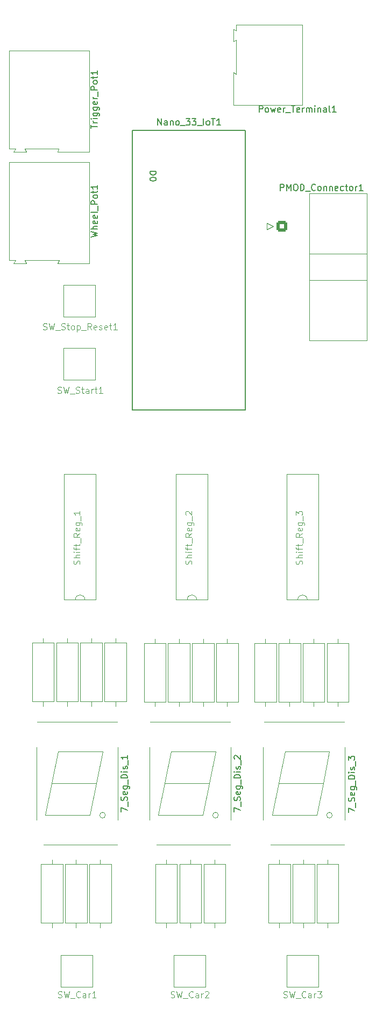
<source format=gto>
G04 #@! TF.GenerationSoftware,KiCad,Pcbnew,7.0.10-7.0.10~ubuntu22.04.1*
G04 #@! TF.CreationDate,2024-02-26T11:42:44-05:00*
G04 #@! TF.ProjectId,CapController,43617043-6f6e-4747-926f-6c6c65722e6b,rev?*
G04 #@! TF.SameCoordinates,Original*
G04 #@! TF.FileFunction,Legend,Top*
G04 #@! TF.FilePolarity,Positive*
%FSLAX46Y46*%
G04 Gerber Fmt 4.6, Leading zero omitted, Abs format (unit mm)*
G04 Created by KiCad (PCBNEW 7.0.10-7.0.10~ubuntu22.04.1) date 2024-02-26 11:42:44*
%MOMM*%
%LPD*%
G01*
G04 APERTURE LIST*
G04 Aperture macros list*
%AMRoundRect*
0 Rectangle with rounded corners*
0 $1 Rounding radius*
0 $2 $3 $4 $5 $6 $7 $8 $9 X,Y pos of 4 corners*
0 Add a 4 corners polygon primitive as box body*
4,1,4,$2,$3,$4,$5,$6,$7,$8,$9,$2,$3,0*
0 Add four circle primitives for the rounded corners*
1,1,$1+$1,$2,$3*
1,1,$1+$1,$4,$5*
1,1,$1+$1,$6,$7*
1,1,$1+$1,$8,$9*
0 Add four rect primitives between the rounded corners*
20,1,$1+$1,$2,$3,$4,$5,0*
20,1,$1+$1,$4,$5,$6,$7,0*
20,1,$1+$1,$6,$7,$8,$9,0*
20,1,$1+$1,$8,$9,$2,$3,0*%
G04 Aperture macros list end*
%ADD10C,0.150000*%
%ADD11C,0.100000*%
%ADD12C,0.120000*%
%ADD13R,3.960000X1.980000*%
%ADD14O,3.960000X1.980000*%
%ADD15C,1.600000*%
%ADD16O,1.600000X1.600000*%
%ADD17R,1.980000X3.960000*%
%ADD18O,1.980000X3.960000*%
%ADD19C,1.524000*%
%ADD20R,1.524000X2.524000*%
%ADD21O,1.524000X2.524000*%
%ADD22C,1.800000*%
%ADD23C,1.727200*%
%ADD24R,1.727200X1.727200*%
%ADD25RoundRect,0.250000X-0.600000X-0.600000X0.600000X-0.600000X0.600000X0.600000X-0.600000X0.600000X0*%
%ADD26C,1.700000*%
G04 APERTURE END LIST*
D10*
X110565268Y-52348436D02*
X111565268Y-52110341D01*
X111565268Y-52110341D02*
X110850982Y-51919865D01*
X110850982Y-51919865D02*
X111565268Y-51729389D01*
X111565268Y-51729389D02*
X110565268Y-51491294D01*
X111565268Y-51110341D02*
X110565268Y-51110341D01*
X111565268Y-50681770D02*
X111041458Y-50681770D01*
X111041458Y-50681770D02*
X110946220Y-50729389D01*
X110946220Y-50729389D02*
X110898601Y-50824627D01*
X110898601Y-50824627D02*
X110898601Y-50967484D01*
X110898601Y-50967484D02*
X110946220Y-51062722D01*
X110946220Y-51062722D02*
X110993839Y-51110341D01*
X111517649Y-49824627D02*
X111565268Y-49919865D01*
X111565268Y-49919865D02*
X111565268Y-50110341D01*
X111565268Y-50110341D02*
X111517649Y-50205579D01*
X111517649Y-50205579D02*
X111422410Y-50253198D01*
X111422410Y-50253198D02*
X111041458Y-50253198D01*
X111041458Y-50253198D02*
X110946220Y-50205579D01*
X110946220Y-50205579D02*
X110898601Y-50110341D01*
X110898601Y-50110341D02*
X110898601Y-49919865D01*
X110898601Y-49919865D02*
X110946220Y-49824627D01*
X110946220Y-49824627D02*
X111041458Y-49777008D01*
X111041458Y-49777008D02*
X111136696Y-49777008D01*
X111136696Y-49777008D02*
X111231934Y-50253198D01*
X111517649Y-48967484D02*
X111565268Y-49062722D01*
X111565268Y-49062722D02*
X111565268Y-49253198D01*
X111565268Y-49253198D02*
X111517649Y-49348436D01*
X111517649Y-49348436D02*
X111422410Y-49396055D01*
X111422410Y-49396055D02*
X111041458Y-49396055D01*
X111041458Y-49396055D02*
X110946220Y-49348436D01*
X110946220Y-49348436D02*
X110898601Y-49253198D01*
X110898601Y-49253198D02*
X110898601Y-49062722D01*
X110898601Y-49062722D02*
X110946220Y-48967484D01*
X110946220Y-48967484D02*
X111041458Y-48919865D01*
X111041458Y-48919865D02*
X111136696Y-48919865D01*
X111136696Y-48919865D02*
X111231934Y-49396055D01*
X111565268Y-48348436D02*
X111517649Y-48443674D01*
X111517649Y-48443674D02*
X111422410Y-48491293D01*
X111422410Y-48491293D02*
X110565268Y-48491293D01*
X111660506Y-48205579D02*
X111660506Y-47443674D01*
X111565268Y-47205578D02*
X110565268Y-47205578D01*
X110565268Y-47205578D02*
X110565268Y-46824626D01*
X110565268Y-46824626D02*
X110612887Y-46729388D01*
X110612887Y-46729388D02*
X110660506Y-46681769D01*
X110660506Y-46681769D02*
X110755744Y-46634150D01*
X110755744Y-46634150D02*
X110898601Y-46634150D01*
X110898601Y-46634150D02*
X110993839Y-46681769D01*
X110993839Y-46681769D02*
X111041458Y-46729388D01*
X111041458Y-46729388D02*
X111089077Y-46824626D01*
X111089077Y-46824626D02*
X111089077Y-47205578D01*
X111565268Y-46062721D02*
X111517649Y-46157959D01*
X111517649Y-46157959D02*
X111470029Y-46205578D01*
X111470029Y-46205578D02*
X111374791Y-46253197D01*
X111374791Y-46253197D02*
X111089077Y-46253197D01*
X111089077Y-46253197D02*
X110993839Y-46205578D01*
X110993839Y-46205578D02*
X110946220Y-46157959D01*
X110946220Y-46157959D02*
X110898601Y-46062721D01*
X110898601Y-46062721D02*
X110898601Y-45919864D01*
X110898601Y-45919864D02*
X110946220Y-45824626D01*
X110946220Y-45824626D02*
X110993839Y-45777007D01*
X110993839Y-45777007D02*
X111089077Y-45729388D01*
X111089077Y-45729388D02*
X111374791Y-45729388D01*
X111374791Y-45729388D02*
X111470029Y-45777007D01*
X111470029Y-45777007D02*
X111517649Y-45824626D01*
X111517649Y-45824626D02*
X111565268Y-45919864D01*
X111565268Y-45919864D02*
X111565268Y-46062721D01*
X110898601Y-45443673D02*
X110898601Y-45062721D01*
X110565268Y-45300816D02*
X111422410Y-45300816D01*
X111422410Y-45300816D02*
X111517649Y-45253197D01*
X111517649Y-45253197D02*
X111565268Y-45157959D01*
X111565268Y-45157959D02*
X111565268Y-45062721D01*
X111565268Y-44205578D02*
X111565268Y-44777006D01*
X111565268Y-44491292D02*
X110565268Y-44491292D01*
X110565268Y-44491292D02*
X110708125Y-44586530D01*
X110708125Y-44586530D02*
X110803363Y-44681768D01*
X110803363Y-44681768D02*
X110850982Y-44777006D01*
X137036639Y-32718017D02*
X137036639Y-31718017D01*
X137036639Y-31718017D02*
X137417591Y-31718017D01*
X137417591Y-31718017D02*
X137512829Y-31765636D01*
X137512829Y-31765636D02*
X137560448Y-31813255D01*
X137560448Y-31813255D02*
X137608067Y-31908493D01*
X137608067Y-31908493D02*
X137608067Y-32051350D01*
X137608067Y-32051350D02*
X137560448Y-32146588D01*
X137560448Y-32146588D02*
X137512829Y-32194207D01*
X137512829Y-32194207D02*
X137417591Y-32241826D01*
X137417591Y-32241826D02*
X137036639Y-32241826D01*
X138179496Y-32718017D02*
X138084258Y-32670398D01*
X138084258Y-32670398D02*
X138036639Y-32622778D01*
X138036639Y-32622778D02*
X137989020Y-32527540D01*
X137989020Y-32527540D02*
X137989020Y-32241826D01*
X137989020Y-32241826D02*
X138036639Y-32146588D01*
X138036639Y-32146588D02*
X138084258Y-32098969D01*
X138084258Y-32098969D02*
X138179496Y-32051350D01*
X138179496Y-32051350D02*
X138322353Y-32051350D01*
X138322353Y-32051350D02*
X138417591Y-32098969D01*
X138417591Y-32098969D02*
X138465210Y-32146588D01*
X138465210Y-32146588D02*
X138512829Y-32241826D01*
X138512829Y-32241826D02*
X138512829Y-32527540D01*
X138512829Y-32527540D02*
X138465210Y-32622778D01*
X138465210Y-32622778D02*
X138417591Y-32670398D01*
X138417591Y-32670398D02*
X138322353Y-32718017D01*
X138322353Y-32718017D02*
X138179496Y-32718017D01*
X138846163Y-32051350D02*
X139036639Y-32718017D01*
X139036639Y-32718017D02*
X139227115Y-32241826D01*
X139227115Y-32241826D02*
X139417591Y-32718017D01*
X139417591Y-32718017D02*
X139608067Y-32051350D01*
X140369972Y-32670398D02*
X140274734Y-32718017D01*
X140274734Y-32718017D02*
X140084258Y-32718017D01*
X140084258Y-32718017D02*
X139989020Y-32670398D01*
X139989020Y-32670398D02*
X139941401Y-32575159D01*
X139941401Y-32575159D02*
X139941401Y-32194207D01*
X139941401Y-32194207D02*
X139989020Y-32098969D01*
X139989020Y-32098969D02*
X140084258Y-32051350D01*
X140084258Y-32051350D02*
X140274734Y-32051350D01*
X140274734Y-32051350D02*
X140369972Y-32098969D01*
X140369972Y-32098969D02*
X140417591Y-32194207D01*
X140417591Y-32194207D02*
X140417591Y-32289445D01*
X140417591Y-32289445D02*
X139941401Y-32384683D01*
X140846163Y-32718017D02*
X140846163Y-32051350D01*
X140846163Y-32241826D02*
X140893782Y-32146588D01*
X140893782Y-32146588D02*
X140941401Y-32098969D01*
X140941401Y-32098969D02*
X141036639Y-32051350D01*
X141036639Y-32051350D02*
X141131877Y-32051350D01*
X141227116Y-32813255D02*
X141989020Y-32813255D01*
X142084259Y-31718017D02*
X142655687Y-31718017D01*
X142369973Y-32718017D02*
X142369973Y-31718017D01*
X143369973Y-32670398D02*
X143274735Y-32718017D01*
X143274735Y-32718017D02*
X143084259Y-32718017D01*
X143084259Y-32718017D02*
X142989021Y-32670398D01*
X142989021Y-32670398D02*
X142941402Y-32575159D01*
X142941402Y-32575159D02*
X142941402Y-32194207D01*
X142941402Y-32194207D02*
X142989021Y-32098969D01*
X142989021Y-32098969D02*
X143084259Y-32051350D01*
X143084259Y-32051350D02*
X143274735Y-32051350D01*
X143274735Y-32051350D02*
X143369973Y-32098969D01*
X143369973Y-32098969D02*
X143417592Y-32194207D01*
X143417592Y-32194207D02*
X143417592Y-32289445D01*
X143417592Y-32289445D02*
X142941402Y-32384683D01*
X143846164Y-32718017D02*
X143846164Y-32051350D01*
X143846164Y-32241826D02*
X143893783Y-32146588D01*
X143893783Y-32146588D02*
X143941402Y-32098969D01*
X143941402Y-32098969D02*
X144036640Y-32051350D01*
X144036640Y-32051350D02*
X144131878Y-32051350D01*
X144465212Y-32718017D02*
X144465212Y-32051350D01*
X144465212Y-32146588D02*
X144512831Y-32098969D01*
X144512831Y-32098969D02*
X144608069Y-32051350D01*
X144608069Y-32051350D02*
X144750926Y-32051350D01*
X144750926Y-32051350D02*
X144846164Y-32098969D01*
X144846164Y-32098969D02*
X144893783Y-32194207D01*
X144893783Y-32194207D02*
X144893783Y-32718017D01*
X144893783Y-32194207D02*
X144941402Y-32098969D01*
X144941402Y-32098969D02*
X145036640Y-32051350D01*
X145036640Y-32051350D02*
X145179497Y-32051350D01*
X145179497Y-32051350D02*
X145274736Y-32098969D01*
X145274736Y-32098969D02*
X145322355Y-32194207D01*
X145322355Y-32194207D02*
X145322355Y-32718017D01*
X145798545Y-32718017D02*
X145798545Y-32051350D01*
X145798545Y-31718017D02*
X145750926Y-31765636D01*
X145750926Y-31765636D02*
X145798545Y-31813255D01*
X145798545Y-31813255D02*
X145846164Y-31765636D01*
X145846164Y-31765636D02*
X145798545Y-31718017D01*
X145798545Y-31718017D02*
X145798545Y-31813255D01*
X146274735Y-32051350D02*
X146274735Y-32718017D01*
X146274735Y-32146588D02*
X146322354Y-32098969D01*
X146322354Y-32098969D02*
X146417592Y-32051350D01*
X146417592Y-32051350D02*
X146560449Y-32051350D01*
X146560449Y-32051350D02*
X146655687Y-32098969D01*
X146655687Y-32098969D02*
X146703306Y-32194207D01*
X146703306Y-32194207D02*
X146703306Y-32718017D01*
X147608068Y-32718017D02*
X147608068Y-32194207D01*
X147608068Y-32194207D02*
X147560449Y-32098969D01*
X147560449Y-32098969D02*
X147465211Y-32051350D01*
X147465211Y-32051350D02*
X147274735Y-32051350D01*
X147274735Y-32051350D02*
X147179497Y-32098969D01*
X147608068Y-32670398D02*
X147512830Y-32718017D01*
X147512830Y-32718017D02*
X147274735Y-32718017D01*
X147274735Y-32718017D02*
X147179497Y-32670398D01*
X147179497Y-32670398D02*
X147131878Y-32575159D01*
X147131878Y-32575159D02*
X147131878Y-32479921D01*
X147131878Y-32479921D02*
X147179497Y-32384683D01*
X147179497Y-32384683D02*
X147274735Y-32337064D01*
X147274735Y-32337064D02*
X147512830Y-32337064D01*
X147512830Y-32337064D02*
X147608068Y-32289445D01*
X148227116Y-32718017D02*
X148131878Y-32670398D01*
X148131878Y-32670398D02*
X148084259Y-32575159D01*
X148084259Y-32575159D02*
X148084259Y-31718017D01*
X149131878Y-32718017D02*
X148560450Y-32718017D01*
X148846164Y-32718017D02*
X148846164Y-31718017D01*
X148846164Y-31718017D02*
X148750926Y-31860874D01*
X148750926Y-31860874D02*
X148655688Y-31956112D01*
X148655688Y-31956112D02*
X148560450Y-32003731D01*
D11*
X103030924Y-66862998D02*
X103173781Y-66910617D01*
X103173781Y-66910617D02*
X103411876Y-66910617D01*
X103411876Y-66910617D02*
X103507114Y-66862998D01*
X103507114Y-66862998D02*
X103554733Y-66815378D01*
X103554733Y-66815378D02*
X103602352Y-66720140D01*
X103602352Y-66720140D02*
X103602352Y-66624902D01*
X103602352Y-66624902D02*
X103554733Y-66529664D01*
X103554733Y-66529664D02*
X103507114Y-66482045D01*
X103507114Y-66482045D02*
X103411876Y-66434426D01*
X103411876Y-66434426D02*
X103221400Y-66386807D01*
X103221400Y-66386807D02*
X103126162Y-66339188D01*
X103126162Y-66339188D02*
X103078543Y-66291569D01*
X103078543Y-66291569D02*
X103030924Y-66196331D01*
X103030924Y-66196331D02*
X103030924Y-66101093D01*
X103030924Y-66101093D02*
X103078543Y-66005855D01*
X103078543Y-66005855D02*
X103126162Y-65958236D01*
X103126162Y-65958236D02*
X103221400Y-65910617D01*
X103221400Y-65910617D02*
X103459495Y-65910617D01*
X103459495Y-65910617D02*
X103602352Y-65958236D01*
X103935686Y-65910617D02*
X104173781Y-66910617D01*
X104173781Y-66910617D02*
X104364257Y-66196331D01*
X104364257Y-66196331D02*
X104554733Y-66910617D01*
X104554733Y-66910617D02*
X104792829Y-65910617D01*
X104935686Y-67005855D02*
X105697590Y-67005855D01*
X105888067Y-66862998D02*
X106030924Y-66910617D01*
X106030924Y-66910617D02*
X106269019Y-66910617D01*
X106269019Y-66910617D02*
X106364257Y-66862998D01*
X106364257Y-66862998D02*
X106411876Y-66815378D01*
X106411876Y-66815378D02*
X106459495Y-66720140D01*
X106459495Y-66720140D02*
X106459495Y-66624902D01*
X106459495Y-66624902D02*
X106411876Y-66529664D01*
X106411876Y-66529664D02*
X106364257Y-66482045D01*
X106364257Y-66482045D02*
X106269019Y-66434426D01*
X106269019Y-66434426D02*
X106078543Y-66386807D01*
X106078543Y-66386807D02*
X105983305Y-66339188D01*
X105983305Y-66339188D02*
X105935686Y-66291569D01*
X105935686Y-66291569D02*
X105888067Y-66196331D01*
X105888067Y-66196331D02*
X105888067Y-66101093D01*
X105888067Y-66101093D02*
X105935686Y-66005855D01*
X105935686Y-66005855D02*
X105983305Y-65958236D01*
X105983305Y-65958236D02*
X106078543Y-65910617D01*
X106078543Y-65910617D02*
X106316638Y-65910617D01*
X106316638Y-65910617D02*
X106459495Y-65958236D01*
X106745210Y-66243950D02*
X107126162Y-66243950D01*
X106888067Y-65910617D02*
X106888067Y-66767759D01*
X106888067Y-66767759D02*
X106935686Y-66862998D01*
X106935686Y-66862998D02*
X107030924Y-66910617D01*
X107030924Y-66910617D02*
X107126162Y-66910617D01*
X107602353Y-66910617D02*
X107507115Y-66862998D01*
X107507115Y-66862998D02*
X107459496Y-66815378D01*
X107459496Y-66815378D02*
X107411877Y-66720140D01*
X107411877Y-66720140D02*
X107411877Y-66434426D01*
X107411877Y-66434426D02*
X107459496Y-66339188D01*
X107459496Y-66339188D02*
X107507115Y-66291569D01*
X107507115Y-66291569D02*
X107602353Y-66243950D01*
X107602353Y-66243950D02*
X107745210Y-66243950D01*
X107745210Y-66243950D02*
X107840448Y-66291569D01*
X107840448Y-66291569D02*
X107888067Y-66339188D01*
X107888067Y-66339188D02*
X107935686Y-66434426D01*
X107935686Y-66434426D02*
X107935686Y-66720140D01*
X107935686Y-66720140D02*
X107888067Y-66815378D01*
X107888067Y-66815378D02*
X107840448Y-66862998D01*
X107840448Y-66862998D02*
X107745210Y-66910617D01*
X107745210Y-66910617D02*
X107602353Y-66910617D01*
X108364258Y-66243950D02*
X108364258Y-67243950D01*
X108364258Y-66291569D02*
X108459496Y-66243950D01*
X108459496Y-66243950D02*
X108649972Y-66243950D01*
X108649972Y-66243950D02*
X108745210Y-66291569D01*
X108745210Y-66291569D02*
X108792829Y-66339188D01*
X108792829Y-66339188D02*
X108840448Y-66434426D01*
X108840448Y-66434426D02*
X108840448Y-66720140D01*
X108840448Y-66720140D02*
X108792829Y-66815378D01*
X108792829Y-66815378D02*
X108745210Y-66862998D01*
X108745210Y-66862998D02*
X108649972Y-66910617D01*
X108649972Y-66910617D02*
X108459496Y-66910617D01*
X108459496Y-66910617D02*
X108364258Y-66862998D01*
X109030925Y-67005855D02*
X109792829Y-67005855D01*
X110602353Y-66910617D02*
X110269020Y-66434426D01*
X110030925Y-66910617D02*
X110030925Y-65910617D01*
X110030925Y-65910617D02*
X110411877Y-65910617D01*
X110411877Y-65910617D02*
X110507115Y-65958236D01*
X110507115Y-65958236D02*
X110554734Y-66005855D01*
X110554734Y-66005855D02*
X110602353Y-66101093D01*
X110602353Y-66101093D02*
X110602353Y-66243950D01*
X110602353Y-66243950D02*
X110554734Y-66339188D01*
X110554734Y-66339188D02*
X110507115Y-66386807D01*
X110507115Y-66386807D02*
X110411877Y-66434426D01*
X110411877Y-66434426D02*
X110030925Y-66434426D01*
X111411877Y-66862998D02*
X111316639Y-66910617D01*
X111316639Y-66910617D02*
X111126163Y-66910617D01*
X111126163Y-66910617D02*
X111030925Y-66862998D01*
X111030925Y-66862998D02*
X110983306Y-66767759D01*
X110983306Y-66767759D02*
X110983306Y-66386807D01*
X110983306Y-66386807D02*
X111030925Y-66291569D01*
X111030925Y-66291569D02*
X111126163Y-66243950D01*
X111126163Y-66243950D02*
X111316639Y-66243950D01*
X111316639Y-66243950D02*
X111411877Y-66291569D01*
X111411877Y-66291569D02*
X111459496Y-66386807D01*
X111459496Y-66386807D02*
X111459496Y-66482045D01*
X111459496Y-66482045D02*
X110983306Y-66577283D01*
X111840449Y-66862998D02*
X111935687Y-66910617D01*
X111935687Y-66910617D02*
X112126163Y-66910617D01*
X112126163Y-66910617D02*
X112221401Y-66862998D01*
X112221401Y-66862998D02*
X112269020Y-66767759D01*
X112269020Y-66767759D02*
X112269020Y-66720140D01*
X112269020Y-66720140D02*
X112221401Y-66624902D01*
X112221401Y-66624902D02*
X112126163Y-66577283D01*
X112126163Y-66577283D02*
X111983306Y-66577283D01*
X111983306Y-66577283D02*
X111888068Y-66529664D01*
X111888068Y-66529664D02*
X111840449Y-66434426D01*
X111840449Y-66434426D02*
X111840449Y-66386807D01*
X111840449Y-66386807D02*
X111888068Y-66291569D01*
X111888068Y-66291569D02*
X111983306Y-66243950D01*
X111983306Y-66243950D02*
X112126163Y-66243950D01*
X112126163Y-66243950D02*
X112221401Y-66291569D01*
X113078544Y-66862998D02*
X112983306Y-66910617D01*
X112983306Y-66910617D02*
X112792830Y-66910617D01*
X112792830Y-66910617D02*
X112697592Y-66862998D01*
X112697592Y-66862998D02*
X112649973Y-66767759D01*
X112649973Y-66767759D02*
X112649973Y-66386807D01*
X112649973Y-66386807D02*
X112697592Y-66291569D01*
X112697592Y-66291569D02*
X112792830Y-66243950D01*
X112792830Y-66243950D02*
X112983306Y-66243950D01*
X112983306Y-66243950D02*
X113078544Y-66291569D01*
X113078544Y-66291569D02*
X113126163Y-66386807D01*
X113126163Y-66386807D02*
X113126163Y-66482045D01*
X113126163Y-66482045D02*
X112649973Y-66577283D01*
X113411878Y-66243950D02*
X113792830Y-66243950D01*
X113554735Y-65910617D02*
X113554735Y-66767759D01*
X113554735Y-66767759D02*
X113602354Y-66862998D01*
X113602354Y-66862998D02*
X113697592Y-66910617D01*
X113697592Y-66910617D02*
X113792830Y-66910617D01*
X114649973Y-66910617D02*
X114078545Y-66910617D01*
X114364259Y-66910617D02*
X114364259Y-65910617D01*
X114364259Y-65910617D02*
X114269021Y-66053474D01*
X114269021Y-66053474D02*
X114173783Y-66148712D01*
X114173783Y-66148712D02*
X114078545Y-66196331D01*
X123123809Y-171859800D02*
X123266666Y-171907419D01*
X123266666Y-171907419D02*
X123504761Y-171907419D01*
X123504761Y-171907419D02*
X123599999Y-171859800D01*
X123599999Y-171859800D02*
X123647618Y-171812180D01*
X123647618Y-171812180D02*
X123695237Y-171716942D01*
X123695237Y-171716942D02*
X123695237Y-171621704D01*
X123695237Y-171621704D02*
X123647618Y-171526466D01*
X123647618Y-171526466D02*
X123599999Y-171478847D01*
X123599999Y-171478847D02*
X123504761Y-171431228D01*
X123504761Y-171431228D02*
X123314285Y-171383609D01*
X123314285Y-171383609D02*
X123219047Y-171335990D01*
X123219047Y-171335990D02*
X123171428Y-171288371D01*
X123171428Y-171288371D02*
X123123809Y-171193133D01*
X123123809Y-171193133D02*
X123123809Y-171097895D01*
X123123809Y-171097895D02*
X123171428Y-171002657D01*
X123171428Y-171002657D02*
X123219047Y-170955038D01*
X123219047Y-170955038D02*
X123314285Y-170907419D01*
X123314285Y-170907419D02*
X123552380Y-170907419D01*
X123552380Y-170907419D02*
X123695237Y-170955038D01*
X124028571Y-170907419D02*
X124266666Y-171907419D01*
X124266666Y-171907419D02*
X124457142Y-171193133D01*
X124457142Y-171193133D02*
X124647618Y-171907419D01*
X124647618Y-171907419D02*
X124885714Y-170907419D01*
X125028571Y-172002657D02*
X125790475Y-172002657D01*
X126599999Y-171812180D02*
X126552380Y-171859800D01*
X126552380Y-171859800D02*
X126409523Y-171907419D01*
X126409523Y-171907419D02*
X126314285Y-171907419D01*
X126314285Y-171907419D02*
X126171428Y-171859800D01*
X126171428Y-171859800D02*
X126076190Y-171764561D01*
X126076190Y-171764561D02*
X126028571Y-171669323D01*
X126028571Y-171669323D02*
X125980952Y-171478847D01*
X125980952Y-171478847D02*
X125980952Y-171335990D01*
X125980952Y-171335990D02*
X126028571Y-171145514D01*
X126028571Y-171145514D02*
X126076190Y-171050276D01*
X126076190Y-171050276D02*
X126171428Y-170955038D01*
X126171428Y-170955038D02*
X126314285Y-170907419D01*
X126314285Y-170907419D02*
X126409523Y-170907419D01*
X126409523Y-170907419D02*
X126552380Y-170955038D01*
X126552380Y-170955038D02*
X126599999Y-171002657D01*
X127457142Y-171907419D02*
X127457142Y-171383609D01*
X127457142Y-171383609D02*
X127409523Y-171288371D01*
X127409523Y-171288371D02*
X127314285Y-171240752D01*
X127314285Y-171240752D02*
X127123809Y-171240752D01*
X127123809Y-171240752D02*
X127028571Y-171288371D01*
X127457142Y-171859800D02*
X127361904Y-171907419D01*
X127361904Y-171907419D02*
X127123809Y-171907419D01*
X127123809Y-171907419D02*
X127028571Y-171859800D01*
X127028571Y-171859800D02*
X126980952Y-171764561D01*
X126980952Y-171764561D02*
X126980952Y-171669323D01*
X126980952Y-171669323D02*
X127028571Y-171574085D01*
X127028571Y-171574085D02*
X127123809Y-171526466D01*
X127123809Y-171526466D02*
X127361904Y-171526466D01*
X127361904Y-171526466D02*
X127457142Y-171478847D01*
X127933333Y-171907419D02*
X127933333Y-171240752D01*
X127933333Y-171431228D02*
X127980952Y-171335990D01*
X127980952Y-171335990D02*
X128028571Y-171288371D01*
X128028571Y-171288371D02*
X128123809Y-171240752D01*
X128123809Y-171240752D02*
X128219047Y-171240752D01*
X128504762Y-171002657D02*
X128552381Y-170955038D01*
X128552381Y-170955038D02*
X128647619Y-170907419D01*
X128647619Y-170907419D02*
X128885714Y-170907419D01*
X128885714Y-170907419D02*
X128980952Y-170955038D01*
X128980952Y-170955038D02*
X129028571Y-171002657D01*
X129028571Y-171002657D02*
X129076190Y-171097895D01*
X129076190Y-171097895D02*
X129076190Y-171193133D01*
X129076190Y-171193133D02*
X129028571Y-171335990D01*
X129028571Y-171335990D02*
X128457143Y-171907419D01*
X128457143Y-171907419D02*
X129076190Y-171907419D01*
X105373809Y-171859800D02*
X105516666Y-171907419D01*
X105516666Y-171907419D02*
X105754761Y-171907419D01*
X105754761Y-171907419D02*
X105849999Y-171859800D01*
X105849999Y-171859800D02*
X105897618Y-171812180D01*
X105897618Y-171812180D02*
X105945237Y-171716942D01*
X105945237Y-171716942D02*
X105945237Y-171621704D01*
X105945237Y-171621704D02*
X105897618Y-171526466D01*
X105897618Y-171526466D02*
X105849999Y-171478847D01*
X105849999Y-171478847D02*
X105754761Y-171431228D01*
X105754761Y-171431228D02*
X105564285Y-171383609D01*
X105564285Y-171383609D02*
X105469047Y-171335990D01*
X105469047Y-171335990D02*
X105421428Y-171288371D01*
X105421428Y-171288371D02*
X105373809Y-171193133D01*
X105373809Y-171193133D02*
X105373809Y-171097895D01*
X105373809Y-171097895D02*
X105421428Y-171002657D01*
X105421428Y-171002657D02*
X105469047Y-170955038D01*
X105469047Y-170955038D02*
X105564285Y-170907419D01*
X105564285Y-170907419D02*
X105802380Y-170907419D01*
X105802380Y-170907419D02*
X105945237Y-170955038D01*
X106278571Y-170907419D02*
X106516666Y-171907419D01*
X106516666Y-171907419D02*
X106707142Y-171193133D01*
X106707142Y-171193133D02*
X106897618Y-171907419D01*
X106897618Y-171907419D02*
X107135714Y-170907419D01*
X107278571Y-172002657D02*
X108040475Y-172002657D01*
X108849999Y-171812180D02*
X108802380Y-171859800D01*
X108802380Y-171859800D02*
X108659523Y-171907419D01*
X108659523Y-171907419D02*
X108564285Y-171907419D01*
X108564285Y-171907419D02*
X108421428Y-171859800D01*
X108421428Y-171859800D02*
X108326190Y-171764561D01*
X108326190Y-171764561D02*
X108278571Y-171669323D01*
X108278571Y-171669323D02*
X108230952Y-171478847D01*
X108230952Y-171478847D02*
X108230952Y-171335990D01*
X108230952Y-171335990D02*
X108278571Y-171145514D01*
X108278571Y-171145514D02*
X108326190Y-171050276D01*
X108326190Y-171050276D02*
X108421428Y-170955038D01*
X108421428Y-170955038D02*
X108564285Y-170907419D01*
X108564285Y-170907419D02*
X108659523Y-170907419D01*
X108659523Y-170907419D02*
X108802380Y-170955038D01*
X108802380Y-170955038D02*
X108849999Y-171002657D01*
X109707142Y-171907419D02*
X109707142Y-171383609D01*
X109707142Y-171383609D02*
X109659523Y-171288371D01*
X109659523Y-171288371D02*
X109564285Y-171240752D01*
X109564285Y-171240752D02*
X109373809Y-171240752D01*
X109373809Y-171240752D02*
X109278571Y-171288371D01*
X109707142Y-171859800D02*
X109611904Y-171907419D01*
X109611904Y-171907419D02*
X109373809Y-171907419D01*
X109373809Y-171907419D02*
X109278571Y-171859800D01*
X109278571Y-171859800D02*
X109230952Y-171764561D01*
X109230952Y-171764561D02*
X109230952Y-171669323D01*
X109230952Y-171669323D02*
X109278571Y-171574085D01*
X109278571Y-171574085D02*
X109373809Y-171526466D01*
X109373809Y-171526466D02*
X109611904Y-171526466D01*
X109611904Y-171526466D02*
X109707142Y-171478847D01*
X110183333Y-171907419D02*
X110183333Y-171240752D01*
X110183333Y-171431228D02*
X110230952Y-171335990D01*
X110230952Y-171335990D02*
X110278571Y-171288371D01*
X110278571Y-171288371D02*
X110373809Y-171240752D01*
X110373809Y-171240752D02*
X110469047Y-171240752D01*
X111326190Y-171907419D02*
X110754762Y-171907419D01*
X111040476Y-171907419D02*
X111040476Y-170907419D01*
X111040476Y-170907419D02*
X110945238Y-171050276D01*
X110945238Y-171050276D02*
X110850000Y-171145514D01*
X110850000Y-171145514D02*
X110754762Y-171193133D01*
D10*
X151064819Y-142802380D02*
X151064819Y-142135714D01*
X151064819Y-142135714D02*
X152064819Y-142564285D01*
X152160057Y-141992857D02*
X152160057Y-141230952D01*
X152017200Y-141040475D02*
X152064819Y-140897618D01*
X152064819Y-140897618D02*
X152064819Y-140659523D01*
X152064819Y-140659523D02*
X152017200Y-140564285D01*
X152017200Y-140564285D02*
X151969580Y-140516666D01*
X151969580Y-140516666D02*
X151874342Y-140469047D01*
X151874342Y-140469047D02*
X151779104Y-140469047D01*
X151779104Y-140469047D02*
X151683866Y-140516666D01*
X151683866Y-140516666D02*
X151636247Y-140564285D01*
X151636247Y-140564285D02*
X151588628Y-140659523D01*
X151588628Y-140659523D02*
X151541009Y-140849999D01*
X151541009Y-140849999D02*
X151493390Y-140945237D01*
X151493390Y-140945237D02*
X151445771Y-140992856D01*
X151445771Y-140992856D02*
X151350533Y-141040475D01*
X151350533Y-141040475D02*
X151255295Y-141040475D01*
X151255295Y-141040475D02*
X151160057Y-140992856D01*
X151160057Y-140992856D02*
X151112438Y-140945237D01*
X151112438Y-140945237D02*
X151064819Y-140849999D01*
X151064819Y-140849999D02*
X151064819Y-140611904D01*
X151064819Y-140611904D02*
X151112438Y-140469047D01*
X152017200Y-139659523D02*
X152064819Y-139754761D01*
X152064819Y-139754761D02*
X152064819Y-139945237D01*
X152064819Y-139945237D02*
X152017200Y-140040475D01*
X152017200Y-140040475D02*
X151921961Y-140088094D01*
X151921961Y-140088094D02*
X151541009Y-140088094D01*
X151541009Y-140088094D02*
X151445771Y-140040475D01*
X151445771Y-140040475D02*
X151398152Y-139945237D01*
X151398152Y-139945237D02*
X151398152Y-139754761D01*
X151398152Y-139754761D02*
X151445771Y-139659523D01*
X151445771Y-139659523D02*
X151541009Y-139611904D01*
X151541009Y-139611904D02*
X151636247Y-139611904D01*
X151636247Y-139611904D02*
X151731485Y-140088094D01*
X151398152Y-138754761D02*
X152207676Y-138754761D01*
X152207676Y-138754761D02*
X152302914Y-138802380D01*
X152302914Y-138802380D02*
X152350533Y-138849999D01*
X152350533Y-138849999D02*
X152398152Y-138945237D01*
X152398152Y-138945237D02*
X152398152Y-139088094D01*
X152398152Y-139088094D02*
X152350533Y-139183332D01*
X152017200Y-138754761D02*
X152064819Y-138849999D01*
X152064819Y-138849999D02*
X152064819Y-139040475D01*
X152064819Y-139040475D02*
X152017200Y-139135713D01*
X152017200Y-139135713D02*
X151969580Y-139183332D01*
X151969580Y-139183332D02*
X151874342Y-139230951D01*
X151874342Y-139230951D02*
X151588628Y-139230951D01*
X151588628Y-139230951D02*
X151493390Y-139183332D01*
X151493390Y-139183332D02*
X151445771Y-139135713D01*
X151445771Y-139135713D02*
X151398152Y-139040475D01*
X151398152Y-139040475D02*
X151398152Y-138849999D01*
X151398152Y-138849999D02*
X151445771Y-138754761D01*
X152160057Y-138516666D02*
X152160057Y-137754761D01*
X152064819Y-137516665D02*
X151064819Y-137516665D01*
X151064819Y-137516665D02*
X151064819Y-137278570D01*
X151064819Y-137278570D02*
X151112438Y-137135713D01*
X151112438Y-137135713D02*
X151207676Y-137040475D01*
X151207676Y-137040475D02*
X151302914Y-136992856D01*
X151302914Y-136992856D02*
X151493390Y-136945237D01*
X151493390Y-136945237D02*
X151636247Y-136945237D01*
X151636247Y-136945237D02*
X151826723Y-136992856D01*
X151826723Y-136992856D02*
X151921961Y-137040475D01*
X151921961Y-137040475D02*
X152017200Y-137135713D01*
X152017200Y-137135713D02*
X152064819Y-137278570D01*
X152064819Y-137278570D02*
X152064819Y-137516665D01*
X152064819Y-136516665D02*
X151398152Y-136516665D01*
X151064819Y-136516665D02*
X151112438Y-136564284D01*
X151112438Y-136564284D02*
X151160057Y-136516665D01*
X151160057Y-136516665D02*
X151112438Y-136469046D01*
X151112438Y-136469046D02*
X151064819Y-136516665D01*
X151064819Y-136516665D02*
X151160057Y-136516665D01*
X152017200Y-136088094D02*
X152064819Y-135992856D01*
X152064819Y-135992856D02*
X152064819Y-135802380D01*
X152064819Y-135802380D02*
X152017200Y-135707142D01*
X152017200Y-135707142D02*
X151921961Y-135659523D01*
X151921961Y-135659523D02*
X151874342Y-135659523D01*
X151874342Y-135659523D02*
X151779104Y-135707142D01*
X151779104Y-135707142D02*
X151731485Y-135802380D01*
X151731485Y-135802380D02*
X151731485Y-135945237D01*
X151731485Y-135945237D02*
X151683866Y-136040475D01*
X151683866Y-136040475D02*
X151588628Y-136088094D01*
X151588628Y-136088094D02*
X151541009Y-136088094D01*
X151541009Y-136088094D02*
X151445771Y-136040475D01*
X151445771Y-136040475D02*
X151398152Y-135945237D01*
X151398152Y-135945237D02*
X151398152Y-135802380D01*
X151398152Y-135802380D02*
X151445771Y-135707142D01*
X152160057Y-135469047D02*
X152160057Y-134707142D01*
X151064819Y-134564284D02*
X151064819Y-133945237D01*
X151064819Y-133945237D02*
X151445771Y-134278570D01*
X151445771Y-134278570D02*
X151445771Y-134135713D01*
X151445771Y-134135713D02*
X151493390Y-134040475D01*
X151493390Y-134040475D02*
X151541009Y-133992856D01*
X151541009Y-133992856D02*
X151636247Y-133945237D01*
X151636247Y-133945237D02*
X151874342Y-133945237D01*
X151874342Y-133945237D02*
X151969580Y-133992856D01*
X151969580Y-133992856D02*
X152017200Y-134040475D01*
X152017200Y-134040475D02*
X152064819Y-134135713D01*
X152064819Y-134135713D02*
X152064819Y-134421427D01*
X152064819Y-134421427D02*
X152017200Y-134516665D01*
X152017200Y-134516665D02*
X151969580Y-134564284D01*
D11*
X105316639Y-76862998D02*
X105459496Y-76910617D01*
X105459496Y-76910617D02*
X105697591Y-76910617D01*
X105697591Y-76910617D02*
X105792829Y-76862998D01*
X105792829Y-76862998D02*
X105840448Y-76815378D01*
X105840448Y-76815378D02*
X105888067Y-76720140D01*
X105888067Y-76720140D02*
X105888067Y-76624902D01*
X105888067Y-76624902D02*
X105840448Y-76529664D01*
X105840448Y-76529664D02*
X105792829Y-76482045D01*
X105792829Y-76482045D02*
X105697591Y-76434426D01*
X105697591Y-76434426D02*
X105507115Y-76386807D01*
X105507115Y-76386807D02*
X105411877Y-76339188D01*
X105411877Y-76339188D02*
X105364258Y-76291569D01*
X105364258Y-76291569D02*
X105316639Y-76196331D01*
X105316639Y-76196331D02*
X105316639Y-76101093D01*
X105316639Y-76101093D02*
X105364258Y-76005855D01*
X105364258Y-76005855D02*
X105411877Y-75958236D01*
X105411877Y-75958236D02*
X105507115Y-75910617D01*
X105507115Y-75910617D02*
X105745210Y-75910617D01*
X105745210Y-75910617D02*
X105888067Y-75958236D01*
X106221401Y-75910617D02*
X106459496Y-76910617D01*
X106459496Y-76910617D02*
X106649972Y-76196331D01*
X106649972Y-76196331D02*
X106840448Y-76910617D01*
X106840448Y-76910617D02*
X107078544Y-75910617D01*
X107221401Y-77005855D02*
X107983305Y-77005855D01*
X108173782Y-76862998D02*
X108316639Y-76910617D01*
X108316639Y-76910617D02*
X108554734Y-76910617D01*
X108554734Y-76910617D02*
X108649972Y-76862998D01*
X108649972Y-76862998D02*
X108697591Y-76815378D01*
X108697591Y-76815378D02*
X108745210Y-76720140D01*
X108745210Y-76720140D02*
X108745210Y-76624902D01*
X108745210Y-76624902D02*
X108697591Y-76529664D01*
X108697591Y-76529664D02*
X108649972Y-76482045D01*
X108649972Y-76482045D02*
X108554734Y-76434426D01*
X108554734Y-76434426D02*
X108364258Y-76386807D01*
X108364258Y-76386807D02*
X108269020Y-76339188D01*
X108269020Y-76339188D02*
X108221401Y-76291569D01*
X108221401Y-76291569D02*
X108173782Y-76196331D01*
X108173782Y-76196331D02*
X108173782Y-76101093D01*
X108173782Y-76101093D02*
X108221401Y-76005855D01*
X108221401Y-76005855D02*
X108269020Y-75958236D01*
X108269020Y-75958236D02*
X108364258Y-75910617D01*
X108364258Y-75910617D02*
X108602353Y-75910617D01*
X108602353Y-75910617D02*
X108745210Y-75958236D01*
X109030925Y-76243950D02*
X109411877Y-76243950D01*
X109173782Y-75910617D02*
X109173782Y-76767759D01*
X109173782Y-76767759D02*
X109221401Y-76862998D01*
X109221401Y-76862998D02*
X109316639Y-76910617D01*
X109316639Y-76910617D02*
X109411877Y-76910617D01*
X110173782Y-76910617D02*
X110173782Y-76386807D01*
X110173782Y-76386807D02*
X110126163Y-76291569D01*
X110126163Y-76291569D02*
X110030925Y-76243950D01*
X110030925Y-76243950D02*
X109840449Y-76243950D01*
X109840449Y-76243950D02*
X109745211Y-76291569D01*
X110173782Y-76862998D02*
X110078544Y-76910617D01*
X110078544Y-76910617D02*
X109840449Y-76910617D01*
X109840449Y-76910617D02*
X109745211Y-76862998D01*
X109745211Y-76862998D02*
X109697592Y-76767759D01*
X109697592Y-76767759D02*
X109697592Y-76672521D01*
X109697592Y-76672521D02*
X109745211Y-76577283D01*
X109745211Y-76577283D02*
X109840449Y-76529664D01*
X109840449Y-76529664D02*
X110078544Y-76529664D01*
X110078544Y-76529664D02*
X110173782Y-76482045D01*
X110649973Y-76910617D02*
X110649973Y-76243950D01*
X110649973Y-76434426D02*
X110697592Y-76339188D01*
X110697592Y-76339188D02*
X110745211Y-76291569D01*
X110745211Y-76291569D02*
X110840449Y-76243950D01*
X110840449Y-76243950D02*
X110935687Y-76243950D01*
X111126164Y-76243950D02*
X111507116Y-76243950D01*
X111269021Y-75910617D02*
X111269021Y-76767759D01*
X111269021Y-76767759D02*
X111316640Y-76862998D01*
X111316640Y-76862998D02*
X111411878Y-76910617D01*
X111411878Y-76910617D02*
X111507116Y-76910617D01*
X112364259Y-76910617D02*
X111792831Y-76910617D01*
X112078545Y-76910617D02*
X112078545Y-75910617D01*
X112078545Y-75910617D02*
X111983307Y-76053474D01*
X111983307Y-76053474D02*
X111888069Y-76148712D01*
X111888069Y-76148712D02*
X111792831Y-76196331D01*
D10*
X110555268Y-35279626D02*
X110555268Y-34708198D01*
X111555268Y-34993912D02*
X110555268Y-34993912D01*
X111555268Y-34374864D02*
X110888601Y-34374864D01*
X111079077Y-34374864D02*
X110983839Y-34327245D01*
X110983839Y-34327245D02*
X110936220Y-34279626D01*
X110936220Y-34279626D02*
X110888601Y-34184388D01*
X110888601Y-34184388D02*
X110888601Y-34089150D01*
X111555268Y-33755816D02*
X110888601Y-33755816D01*
X110555268Y-33755816D02*
X110602887Y-33803435D01*
X110602887Y-33803435D02*
X110650506Y-33755816D01*
X110650506Y-33755816D02*
X110602887Y-33708197D01*
X110602887Y-33708197D02*
X110555268Y-33755816D01*
X110555268Y-33755816D02*
X110650506Y-33755816D01*
X110888601Y-32851055D02*
X111698125Y-32851055D01*
X111698125Y-32851055D02*
X111793363Y-32898674D01*
X111793363Y-32898674D02*
X111840982Y-32946293D01*
X111840982Y-32946293D02*
X111888601Y-33041531D01*
X111888601Y-33041531D02*
X111888601Y-33184388D01*
X111888601Y-33184388D02*
X111840982Y-33279626D01*
X111507649Y-32851055D02*
X111555268Y-32946293D01*
X111555268Y-32946293D02*
X111555268Y-33136769D01*
X111555268Y-33136769D02*
X111507649Y-33232007D01*
X111507649Y-33232007D02*
X111460029Y-33279626D01*
X111460029Y-33279626D02*
X111364791Y-33327245D01*
X111364791Y-33327245D02*
X111079077Y-33327245D01*
X111079077Y-33327245D02*
X110983839Y-33279626D01*
X110983839Y-33279626D02*
X110936220Y-33232007D01*
X110936220Y-33232007D02*
X110888601Y-33136769D01*
X110888601Y-33136769D02*
X110888601Y-32946293D01*
X110888601Y-32946293D02*
X110936220Y-32851055D01*
X110888601Y-31946293D02*
X111698125Y-31946293D01*
X111698125Y-31946293D02*
X111793363Y-31993912D01*
X111793363Y-31993912D02*
X111840982Y-32041531D01*
X111840982Y-32041531D02*
X111888601Y-32136769D01*
X111888601Y-32136769D02*
X111888601Y-32279626D01*
X111888601Y-32279626D02*
X111840982Y-32374864D01*
X111507649Y-31946293D02*
X111555268Y-32041531D01*
X111555268Y-32041531D02*
X111555268Y-32232007D01*
X111555268Y-32232007D02*
X111507649Y-32327245D01*
X111507649Y-32327245D02*
X111460029Y-32374864D01*
X111460029Y-32374864D02*
X111364791Y-32422483D01*
X111364791Y-32422483D02*
X111079077Y-32422483D01*
X111079077Y-32422483D02*
X110983839Y-32374864D01*
X110983839Y-32374864D02*
X110936220Y-32327245D01*
X110936220Y-32327245D02*
X110888601Y-32232007D01*
X110888601Y-32232007D02*
X110888601Y-32041531D01*
X110888601Y-32041531D02*
X110936220Y-31946293D01*
X111507649Y-31089150D02*
X111555268Y-31184388D01*
X111555268Y-31184388D02*
X111555268Y-31374864D01*
X111555268Y-31374864D02*
X111507649Y-31470102D01*
X111507649Y-31470102D02*
X111412410Y-31517721D01*
X111412410Y-31517721D02*
X111031458Y-31517721D01*
X111031458Y-31517721D02*
X110936220Y-31470102D01*
X110936220Y-31470102D02*
X110888601Y-31374864D01*
X110888601Y-31374864D02*
X110888601Y-31184388D01*
X110888601Y-31184388D02*
X110936220Y-31089150D01*
X110936220Y-31089150D02*
X111031458Y-31041531D01*
X111031458Y-31041531D02*
X111126696Y-31041531D01*
X111126696Y-31041531D02*
X111221934Y-31517721D01*
X111555268Y-30612959D02*
X110888601Y-30612959D01*
X111079077Y-30612959D02*
X110983839Y-30565340D01*
X110983839Y-30565340D02*
X110936220Y-30517721D01*
X110936220Y-30517721D02*
X110888601Y-30422483D01*
X110888601Y-30422483D02*
X110888601Y-30327245D01*
X111650506Y-30232007D02*
X111650506Y-29470102D01*
X111555268Y-29232006D02*
X110555268Y-29232006D01*
X110555268Y-29232006D02*
X110555268Y-28851054D01*
X110555268Y-28851054D02*
X110602887Y-28755816D01*
X110602887Y-28755816D02*
X110650506Y-28708197D01*
X110650506Y-28708197D02*
X110745744Y-28660578D01*
X110745744Y-28660578D02*
X110888601Y-28660578D01*
X110888601Y-28660578D02*
X110983839Y-28708197D01*
X110983839Y-28708197D02*
X111031458Y-28755816D01*
X111031458Y-28755816D02*
X111079077Y-28851054D01*
X111079077Y-28851054D02*
X111079077Y-29232006D01*
X111555268Y-28089149D02*
X111507649Y-28184387D01*
X111507649Y-28184387D02*
X111460029Y-28232006D01*
X111460029Y-28232006D02*
X111364791Y-28279625D01*
X111364791Y-28279625D02*
X111079077Y-28279625D01*
X111079077Y-28279625D02*
X110983839Y-28232006D01*
X110983839Y-28232006D02*
X110936220Y-28184387D01*
X110936220Y-28184387D02*
X110888601Y-28089149D01*
X110888601Y-28089149D02*
X110888601Y-27946292D01*
X110888601Y-27946292D02*
X110936220Y-27851054D01*
X110936220Y-27851054D02*
X110983839Y-27803435D01*
X110983839Y-27803435D02*
X111079077Y-27755816D01*
X111079077Y-27755816D02*
X111364791Y-27755816D01*
X111364791Y-27755816D02*
X111460029Y-27803435D01*
X111460029Y-27803435D02*
X111507649Y-27851054D01*
X111507649Y-27851054D02*
X111555268Y-27946292D01*
X111555268Y-27946292D02*
X111555268Y-28089149D01*
X110888601Y-27470101D02*
X110888601Y-27089149D01*
X110555268Y-27327244D02*
X111412410Y-27327244D01*
X111412410Y-27327244D02*
X111507649Y-27279625D01*
X111507649Y-27279625D02*
X111555268Y-27184387D01*
X111555268Y-27184387D02*
X111555268Y-27089149D01*
X111555268Y-26232006D02*
X111555268Y-26803434D01*
X111555268Y-26517720D02*
X110555268Y-26517720D01*
X110555268Y-26517720D02*
X110698125Y-26612958D01*
X110698125Y-26612958D02*
X110793363Y-26708196D01*
X110793363Y-26708196D02*
X110840982Y-26803434D01*
X121075687Y-34748017D02*
X121075687Y-33748017D01*
X121075687Y-33748017D02*
X121647115Y-34748017D01*
X121647115Y-34748017D02*
X121647115Y-33748017D01*
X122551877Y-34748017D02*
X122551877Y-34224207D01*
X122551877Y-34224207D02*
X122504258Y-34128969D01*
X122504258Y-34128969D02*
X122409020Y-34081350D01*
X122409020Y-34081350D02*
X122218544Y-34081350D01*
X122218544Y-34081350D02*
X122123306Y-34128969D01*
X122551877Y-34700398D02*
X122456639Y-34748017D01*
X122456639Y-34748017D02*
X122218544Y-34748017D01*
X122218544Y-34748017D02*
X122123306Y-34700398D01*
X122123306Y-34700398D02*
X122075687Y-34605159D01*
X122075687Y-34605159D02*
X122075687Y-34509921D01*
X122075687Y-34509921D02*
X122123306Y-34414683D01*
X122123306Y-34414683D02*
X122218544Y-34367064D01*
X122218544Y-34367064D02*
X122456639Y-34367064D01*
X122456639Y-34367064D02*
X122551877Y-34319445D01*
X123028068Y-34081350D02*
X123028068Y-34748017D01*
X123028068Y-34176588D02*
X123075687Y-34128969D01*
X123075687Y-34128969D02*
X123170925Y-34081350D01*
X123170925Y-34081350D02*
X123313782Y-34081350D01*
X123313782Y-34081350D02*
X123409020Y-34128969D01*
X123409020Y-34128969D02*
X123456639Y-34224207D01*
X123456639Y-34224207D02*
X123456639Y-34748017D01*
X124075687Y-34748017D02*
X123980449Y-34700398D01*
X123980449Y-34700398D02*
X123932830Y-34652778D01*
X123932830Y-34652778D02*
X123885211Y-34557540D01*
X123885211Y-34557540D02*
X123885211Y-34271826D01*
X123885211Y-34271826D02*
X123932830Y-34176588D01*
X123932830Y-34176588D02*
X123980449Y-34128969D01*
X123980449Y-34128969D02*
X124075687Y-34081350D01*
X124075687Y-34081350D02*
X124218544Y-34081350D01*
X124218544Y-34081350D02*
X124313782Y-34128969D01*
X124313782Y-34128969D02*
X124361401Y-34176588D01*
X124361401Y-34176588D02*
X124409020Y-34271826D01*
X124409020Y-34271826D02*
X124409020Y-34557540D01*
X124409020Y-34557540D02*
X124361401Y-34652778D01*
X124361401Y-34652778D02*
X124313782Y-34700398D01*
X124313782Y-34700398D02*
X124218544Y-34748017D01*
X124218544Y-34748017D02*
X124075687Y-34748017D01*
X124599497Y-34843255D02*
X125361401Y-34843255D01*
X125504259Y-33748017D02*
X126123306Y-33748017D01*
X126123306Y-33748017D02*
X125789973Y-34128969D01*
X125789973Y-34128969D02*
X125932830Y-34128969D01*
X125932830Y-34128969D02*
X126028068Y-34176588D01*
X126028068Y-34176588D02*
X126075687Y-34224207D01*
X126075687Y-34224207D02*
X126123306Y-34319445D01*
X126123306Y-34319445D02*
X126123306Y-34557540D01*
X126123306Y-34557540D02*
X126075687Y-34652778D01*
X126075687Y-34652778D02*
X126028068Y-34700398D01*
X126028068Y-34700398D02*
X125932830Y-34748017D01*
X125932830Y-34748017D02*
X125647116Y-34748017D01*
X125647116Y-34748017D02*
X125551878Y-34700398D01*
X125551878Y-34700398D02*
X125504259Y-34652778D01*
X126456640Y-33748017D02*
X127075687Y-33748017D01*
X127075687Y-33748017D02*
X126742354Y-34128969D01*
X126742354Y-34128969D02*
X126885211Y-34128969D01*
X126885211Y-34128969D02*
X126980449Y-34176588D01*
X126980449Y-34176588D02*
X127028068Y-34224207D01*
X127028068Y-34224207D02*
X127075687Y-34319445D01*
X127075687Y-34319445D02*
X127075687Y-34557540D01*
X127075687Y-34557540D02*
X127028068Y-34652778D01*
X127028068Y-34652778D02*
X126980449Y-34700398D01*
X126980449Y-34700398D02*
X126885211Y-34748017D01*
X126885211Y-34748017D02*
X126599497Y-34748017D01*
X126599497Y-34748017D02*
X126504259Y-34700398D01*
X126504259Y-34700398D02*
X126456640Y-34652778D01*
X127266164Y-34843255D02*
X128028068Y-34843255D01*
X128266164Y-34748017D02*
X128266164Y-33748017D01*
X128885211Y-34748017D02*
X128789973Y-34700398D01*
X128789973Y-34700398D02*
X128742354Y-34652778D01*
X128742354Y-34652778D02*
X128694735Y-34557540D01*
X128694735Y-34557540D02*
X128694735Y-34271826D01*
X128694735Y-34271826D02*
X128742354Y-34176588D01*
X128742354Y-34176588D02*
X128789973Y-34128969D01*
X128789973Y-34128969D02*
X128885211Y-34081350D01*
X128885211Y-34081350D02*
X129028068Y-34081350D01*
X129028068Y-34081350D02*
X129123306Y-34128969D01*
X129123306Y-34128969D02*
X129170925Y-34176588D01*
X129170925Y-34176588D02*
X129218544Y-34271826D01*
X129218544Y-34271826D02*
X129218544Y-34557540D01*
X129218544Y-34557540D02*
X129170925Y-34652778D01*
X129170925Y-34652778D02*
X129123306Y-34700398D01*
X129123306Y-34700398D02*
X129028068Y-34748017D01*
X129028068Y-34748017D02*
X128885211Y-34748017D01*
X129504259Y-33748017D02*
X130075687Y-33748017D01*
X129789973Y-34748017D02*
X129789973Y-33748017D01*
X130932830Y-34748017D02*
X130361402Y-34748017D01*
X130647116Y-34748017D02*
X130647116Y-33748017D01*
X130647116Y-33748017D02*
X130551878Y-33890874D01*
X130551878Y-33890874D02*
X130456640Y-33986112D01*
X130456640Y-33986112D02*
X130361402Y-34033731D01*
X119810629Y-42005103D02*
X120810629Y-42005103D01*
X120810629Y-42005103D02*
X120810629Y-42243198D01*
X120810629Y-42243198D02*
X120763010Y-42386055D01*
X120763010Y-42386055D02*
X120667772Y-42481293D01*
X120667772Y-42481293D02*
X120572534Y-42528912D01*
X120572534Y-42528912D02*
X120382058Y-42576531D01*
X120382058Y-42576531D02*
X120239201Y-42576531D01*
X120239201Y-42576531D02*
X120048725Y-42528912D01*
X120048725Y-42528912D02*
X119953487Y-42481293D01*
X119953487Y-42481293D02*
X119858249Y-42386055D01*
X119858249Y-42386055D02*
X119810629Y-42243198D01*
X119810629Y-42243198D02*
X119810629Y-42005103D01*
X120810629Y-43195579D02*
X120810629Y-43290817D01*
X120810629Y-43290817D02*
X120763010Y-43386055D01*
X120763010Y-43386055D02*
X120715391Y-43433674D01*
X120715391Y-43433674D02*
X120620153Y-43481293D01*
X120620153Y-43481293D02*
X120429677Y-43528912D01*
X120429677Y-43528912D02*
X120191582Y-43528912D01*
X120191582Y-43528912D02*
X120001106Y-43481293D01*
X120001106Y-43481293D02*
X119905868Y-43433674D01*
X119905868Y-43433674D02*
X119858249Y-43386055D01*
X119858249Y-43386055D02*
X119810629Y-43290817D01*
X119810629Y-43290817D02*
X119810629Y-43195579D01*
X119810629Y-43195579D02*
X119858249Y-43100341D01*
X119858249Y-43100341D02*
X119905868Y-43052722D01*
X119905868Y-43052722D02*
X120001106Y-43005103D01*
X120001106Y-43005103D02*
X120191582Y-42957484D01*
X120191582Y-42957484D02*
X120429677Y-42957484D01*
X120429677Y-42957484D02*
X120620153Y-43005103D01*
X120620153Y-43005103D02*
X120715391Y-43052722D01*
X120715391Y-43052722D02*
X120763010Y-43100341D01*
X120763010Y-43100341D02*
X120810629Y-43195579D01*
D11*
X108750249Y-103769864D02*
X108797868Y-103627007D01*
X108797868Y-103627007D02*
X108797868Y-103388912D01*
X108797868Y-103388912D02*
X108750249Y-103293674D01*
X108750249Y-103293674D02*
X108702629Y-103246055D01*
X108702629Y-103246055D02*
X108607391Y-103198436D01*
X108607391Y-103198436D02*
X108512153Y-103198436D01*
X108512153Y-103198436D02*
X108416915Y-103246055D01*
X108416915Y-103246055D02*
X108369296Y-103293674D01*
X108369296Y-103293674D02*
X108321677Y-103388912D01*
X108321677Y-103388912D02*
X108274058Y-103579388D01*
X108274058Y-103579388D02*
X108226439Y-103674626D01*
X108226439Y-103674626D02*
X108178820Y-103722245D01*
X108178820Y-103722245D02*
X108083582Y-103769864D01*
X108083582Y-103769864D02*
X107988344Y-103769864D01*
X107988344Y-103769864D02*
X107893106Y-103722245D01*
X107893106Y-103722245D02*
X107845487Y-103674626D01*
X107845487Y-103674626D02*
X107797868Y-103579388D01*
X107797868Y-103579388D02*
X107797868Y-103341293D01*
X107797868Y-103341293D02*
X107845487Y-103198436D01*
X108797868Y-102769864D02*
X107797868Y-102769864D01*
X108797868Y-102341293D02*
X108274058Y-102341293D01*
X108274058Y-102341293D02*
X108178820Y-102388912D01*
X108178820Y-102388912D02*
X108131201Y-102484150D01*
X108131201Y-102484150D02*
X108131201Y-102627007D01*
X108131201Y-102627007D02*
X108178820Y-102722245D01*
X108178820Y-102722245D02*
X108226439Y-102769864D01*
X108797868Y-101865102D02*
X108131201Y-101865102D01*
X107797868Y-101865102D02*
X107845487Y-101912721D01*
X107845487Y-101912721D02*
X107893106Y-101865102D01*
X107893106Y-101865102D02*
X107845487Y-101817483D01*
X107845487Y-101817483D02*
X107797868Y-101865102D01*
X107797868Y-101865102D02*
X107893106Y-101865102D01*
X108131201Y-101531769D02*
X108131201Y-101150817D01*
X108797868Y-101388912D02*
X107940725Y-101388912D01*
X107940725Y-101388912D02*
X107845487Y-101341293D01*
X107845487Y-101341293D02*
X107797868Y-101246055D01*
X107797868Y-101246055D02*
X107797868Y-101150817D01*
X108131201Y-100960340D02*
X108131201Y-100579388D01*
X107797868Y-100817483D02*
X108655010Y-100817483D01*
X108655010Y-100817483D02*
X108750249Y-100769864D01*
X108750249Y-100769864D02*
X108797868Y-100674626D01*
X108797868Y-100674626D02*
X108797868Y-100579388D01*
X108893106Y-100484150D02*
X108893106Y-99722245D01*
X108797868Y-98912721D02*
X108321677Y-99246054D01*
X108797868Y-99484149D02*
X107797868Y-99484149D01*
X107797868Y-99484149D02*
X107797868Y-99103197D01*
X107797868Y-99103197D02*
X107845487Y-99007959D01*
X107845487Y-99007959D02*
X107893106Y-98960340D01*
X107893106Y-98960340D02*
X107988344Y-98912721D01*
X107988344Y-98912721D02*
X108131201Y-98912721D01*
X108131201Y-98912721D02*
X108226439Y-98960340D01*
X108226439Y-98960340D02*
X108274058Y-99007959D01*
X108274058Y-99007959D02*
X108321677Y-99103197D01*
X108321677Y-99103197D02*
X108321677Y-99484149D01*
X108750249Y-98103197D02*
X108797868Y-98198435D01*
X108797868Y-98198435D02*
X108797868Y-98388911D01*
X108797868Y-98388911D02*
X108750249Y-98484149D01*
X108750249Y-98484149D02*
X108655010Y-98531768D01*
X108655010Y-98531768D02*
X108274058Y-98531768D01*
X108274058Y-98531768D02*
X108178820Y-98484149D01*
X108178820Y-98484149D02*
X108131201Y-98388911D01*
X108131201Y-98388911D02*
X108131201Y-98198435D01*
X108131201Y-98198435D02*
X108178820Y-98103197D01*
X108178820Y-98103197D02*
X108274058Y-98055578D01*
X108274058Y-98055578D02*
X108369296Y-98055578D01*
X108369296Y-98055578D02*
X108464534Y-98531768D01*
X108131201Y-97198435D02*
X108940725Y-97198435D01*
X108940725Y-97198435D02*
X109035963Y-97246054D01*
X109035963Y-97246054D02*
X109083582Y-97293673D01*
X109083582Y-97293673D02*
X109131201Y-97388911D01*
X109131201Y-97388911D02*
X109131201Y-97531768D01*
X109131201Y-97531768D02*
X109083582Y-97627006D01*
X108750249Y-97198435D02*
X108797868Y-97293673D01*
X108797868Y-97293673D02*
X108797868Y-97484149D01*
X108797868Y-97484149D02*
X108750249Y-97579387D01*
X108750249Y-97579387D02*
X108702629Y-97627006D01*
X108702629Y-97627006D02*
X108607391Y-97674625D01*
X108607391Y-97674625D02*
X108321677Y-97674625D01*
X108321677Y-97674625D02*
X108226439Y-97627006D01*
X108226439Y-97627006D02*
X108178820Y-97579387D01*
X108178820Y-97579387D02*
X108131201Y-97484149D01*
X108131201Y-97484149D02*
X108131201Y-97293673D01*
X108131201Y-97293673D02*
X108178820Y-97198435D01*
X108893106Y-96960340D02*
X108893106Y-96198435D01*
X108797868Y-95436530D02*
X108797868Y-96007958D01*
X108797868Y-95722244D02*
X107797868Y-95722244D01*
X107797868Y-95722244D02*
X107940725Y-95817482D01*
X107940725Y-95817482D02*
X108035963Y-95912720D01*
X108035963Y-95912720D02*
X108083582Y-96007958D01*
D10*
X133064819Y-142682380D02*
X133064819Y-142015714D01*
X133064819Y-142015714D02*
X134064819Y-142444285D01*
X134160057Y-141872857D02*
X134160057Y-141110952D01*
X134017200Y-140920475D02*
X134064819Y-140777618D01*
X134064819Y-140777618D02*
X134064819Y-140539523D01*
X134064819Y-140539523D02*
X134017200Y-140444285D01*
X134017200Y-140444285D02*
X133969580Y-140396666D01*
X133969580Y-140396666D02*
X133874342Y-140349047D01*
X133874342Y-140349047D02*
X133779104Y-140349047D01*
X133779104Y-140349047D02*
X133683866Y-140396666D01*
X133683866Y-140396666D02*
X133636247Y-140444285D01*
X133636247Y-140444285D02*
X133588628Y-140539523D01*
X133588628Y-140539523D02*
X133541009Y-140729999D01*
X133541009Y-140729999D02*
X133493390Y-140825237D01*
X133493390Y-140825237D02*
X133445771Y-140872856D01*
X133445771Y-140872856D02*
X133350533Y-140920475D01*
X133350533Y-140920475D02*
X133255295Y-140920475D01*
X133255295Y-140920475D02*
X133160057Y-140872856D01*
X133160057Y-140872856D02*
X133112438Y-140825237D01*
X133112438Y-140825237D02*
X133064819Y-140729999D01*
X133064819Y-140729999D02*
X133064819Y-140491904D01*
X133064819Y-140491904D02*
X133112438Y-140349047D01*
X134017200Y-139539523D02*
X134064819Y-139634761D01*
X134064819Y-139634761D02*
X134064819Y-139825237D01*
X134064819Y-139825237D02*
X134017200Y-139920475D01*
X134017200Y-139920475D02*
X133921961Y-139968094D01*
X133921961Y-139968094D02*
X133541009Y-139968094D01*
X133541009Y-139968094D02*
X133445771Y-139920475D01*
X133445771Y-139920475D02*
X133398152Y-139825237D01*
X133398152Y-139825237D02*
X133398152Y-139634761D01*
X133398152Y-139634761D02*
X133445771Y-139539523D01*
X133445771Y-139539523D02*
X133541009Y-139491904D01*
X133541009Y-139491904D02*
X133636247Y-139491904D01*
X133636247Y-139491904D02*
X133731485Y-139968094D01*
X133398152Y-138634761D02*
X134207676Y-138634761D01*
X134207676Y-138634761D02*
X134302914Y-138682380D01*
X134302914Y-138682380D02*
X134350533Y-138729999D01*
X134350533Y-138729999D02*
X134398152Y-138825237D01*
X134398152Y-138825237D02*
X134398152Y-138968094D01*
X134398152Y-138968094D02*
X134350533Y-139063332D01*
X134017200Y-138634761D02*
X134064819Y-138729999D01*
X134064819Y-138729999D02*
X134064819Y-138920475D01*
X134064819Y-138920475D02*
X134017200Y-139015713D01*
X134017200Y-139015713D02*
X133969580Y-139063332D01*
X133969580Y-139063332D02*
X133874342Y-139110951D01*
X133874342Y-139110951D02*
X133588628Y-139110951D01*
X133588628Y-139110951D02*
X133493390Y-139063332D01*
X133493390Y-139063332D02*
X133445771Y-139015713D01*
X133445771Y-139015713D02*
X133398152Y-138920475D01*
X133398152Y-138920475D02*
X133398152Y-138729999D01*
X133398152Y-138729999D02*
X133445771Y-138634761D01*
X134160057Y-138396666D02*
X134160057Y-137634761D01*
X134064819Y-137396665D02*
X133064819Y-137396665D01*
X133064819Y-137396665D02*
X133064819Y-137158570D01*
X133064819Y-137158570D02*
X133112438Y-137015713D01*
X133112438Y-137015713D02*
X133207676Y-136920475D01*
X133207676Y-136920475D02*
X133302914Y-136872856D01*
X133302914Y-136872856D02*
X133493390Y-136825237D01*
X133493390Y-136825237D02*
X133636247Y-136825237D01*
X133636247Y-136825237D02*
X133826723Y-136872856D01*
X133826723Y-136872856D02*
X133921961Y-136920475D01*
X133921961Y-136920475D02*
X134017200Y-137015713D01*
X134017200Y-137015713D02*
X134064819Y-137158570D01*
X134064819Y-137158570D02*
X134064819Y-137396665D01*
X134064819Y-136396665D02*
X133398152Y-136396665D01*
X133064819Y-136396665D02*
X133112438Y-136444284D01*
X133112438Y-136444284D02*
X133160057Y-136396665D01*
X133160057Y-136396665D02*
X133112438Y-136349046D01*
X133112438Y-136349046D02*
X133064819Y-136396665D01*
X133064819Y-136396665D02*
X133160057Y-136396665D01*
X134017200Y-135968094D02*
X134064819Y-135872856D01*
X134064819Y-135872856D02*
X134064819Y-135682380D01*
X134064819Y-135682380D02*
X134017200Y-135587142D01*
X134017200Y-135587142D02*
X133921961Y-135539523D01*
X133921961Y-135539523D02*
X133874342Y-135539523D01*
X133874342Y-135539523D02*
X133779104Y-135587142D01*
X133779104Y-135587142D02*
X133731485Y-135682380D01*
X133731485Y-135682380D02*
X133731485Y-135825237D01*
X133731485Y-135825237D02*
X133683866Y-135920475D01*
X133683866Y-135920475D02*
X133588628Y-135968094D01*
X133588628Y-135968094D02*
X133541009Y-135968094D01*
X133541009Y-135968094D02*
X133445771Y-135920475D01*
X133445771Y-135920475D02*
X133398152Y-135825237D01*
X133398152Y-135825237D02*
X133398152Y-135682380D01*
X133398152Y-135682380D02*
X133445771Y-135587142D01*
X134160057Y-135349047D02*
X134160057Y-134587142D01*
X133160057Y-134396665D02*
X133112438Y-134349046D01*
X133112438Y-134349046D02*
X133064819Y-134253808D01*
X133064819Y-134253808D02*
X133064819Y-134015713D01*
X133064819Y-134015713D02*
X133112438Y-133920475D01*
X133112438Y-133920475D02*
X133160057Y-133872856D01*
X133160057Y-133872856D02*
X133255295Y-133825237D01*
X133255295Y-133825237D02*
X133350533Y-133825237D01*
X133350533Y-133825237D02*
X133493390Y-133872856D01*
X133493390Y-133872856D02*
X134064819Y-134444284D01*
X134064819Y-134444284D02*
X134064819Y-133825237D01*
D11*
X126350249Y-103769864D02*
X126397868Y-103627007D01*
X126397868Y-103627007D02*
X126397868Y-103388912D01*
X126397868Y-103388912D02*
X126350249Y-103293674D01*
X126350249Y-103293674D02*
X126302629Y-103246055D01*
X126302629Y-103246055D02*
X126207391Y-103198436D01*
X126207391Y-103198436D02*
X126112153Y-103198436D01*
X126112153Y-103198436D02*
X126016915Y-103246055D01*
X126016915Y-103246055D02*
X125969296Y-103293674D01*
X125969296Y-103293674D02*
X125921677Y-103388912D01*
X125921677Y-103388912D02*
X125874058Y-103579388D01*
X125874058Y-103579388D02*
X125826439Y-103674626D01*
X125826439Y-103674626D02*
X125778820Y-103722245D01*
X125778820Y-103722245D02*
X125683582Y-103769864D01*
X125683582Y-103769864D02*
X125588344Y-103769864D01*
X125588344Y-103769864D02*
X125493106Y-103722245D01*
X125493106Y-103722245D02*
X125445487Y-103674626D01*
X125445487Y-103674626D02*
X125397868Y-103579388D01*
X125397868Y-103579388D02*
X125397868Y-103341293D01*
X125397868Y-103341293D02*
X125445487Y-103198436D01*
X126397868Y-102769864D02*
X125397868Y-102769864D01*
X126397868Y-102341293D02*
X125874058Y-102341293D01*
X125874058Y-102341293D02*
X125778820Y-102388912D01*
X125778820Y-102388912D02*
X125731201Y-102484150D01*
X125731201Y-102484150D02*
X125731201Y-102627007D01*
X125731201Y-102627007D02*
X125778820Y-102722245D01*
X125778820Y-102722245D02*
X125826439Y-102769864D01*
X126397868Y-101865102D02*
X125731201Y-101865102D01*
X125397868Y-101865102D02*
X125445487Y-101912721D01*
X125445487Y-101912721D02*
X125493106Y-101865102D01*
X125493106Y-101865102D02*
X125445487Y-101817483D01*
X125445487Y-101817483D02*
X125397868Y-101865102D01*
X125397868Y-101865102D02*
X125493106Y-101865102D01*
X125731201Y-101531769D02*
X125731201Y-101150817D01*
X126397868Y-101388912D02*
X125540725Y-101388912D01*
X125540725Y-101388912D02*
X125445487Y-101341293D01*
X125445487Y-101341293D02*
X125397868Y-101246055D01*
X125397868Y-101246055D02*
X125397868Y-101150817D01*
X125731201Y-100960340D02*
X125731201Y-100579388D01*
X125397868Y-100817483D02*
X126255010Y-100817483D01*
X126255010Y-100817483D02*
X126350249Y-100769864D01*
X126350249Y-100769864D02*
X126397868Y-100674626D01*
X126397868Y-100674626D02*
X126397868Y-100579388D01*
X126493106Y-100484150D02*
X126493106Y-99722245D01*
X126397868Y-98912721D02*
X125921677Y-99246054D01*
X126397868Y-99484149D02*
X125397868Y-99484149D01*
X125397868Y-99484149D02*
X125397868Y-99103197D01*
X125397868Y-99103197D02*
X125445487Y-99007959D01*
X125445487Y-99007959D02*
X125493106Y-98960340D01*
X125493106Y-98960340D02*
X125588344Y-98912721D01*
X125588344Y-98912721D02*
X125731201Y-98912721D01*
X125731201Y-98912721D02*
X125826439Y-98960340D01*
X125826439Y-98960340D02*
X125874058Y-99007959D01*
X125874058Y-99007959D02*
X125921677Y-99103197D01*
X125921677Y-99103197D02*
X125921677Y-99484149D01*
X126350249Y-98103197D02*
X126397868Y-98198435D01*
X126397868Y-98198435D02*
X126397868Y-98388911D01*
X126397868Y-98388911D02*
X126350249Y-98484149D01*
X126350249Y-98484149D02*
X126255010Y-98531768D01*
X126255010Y-98531768D02*
X125874058Y-98531768D01*
X125874058Y-98531768D02*
X125778820Y-98484149D01*
X125778820Y-98484149D02*
X125731201Y-98388911D01*
X125731201Y-98388911D02*
X125731201Y-98198435D01*
X125731201Y-98198435D02*
X125778820Y-98103197D01*
X125778820Y-98103197D02*
X125874058Y-98055578D01*
X125874058Y-98055578D02*
X125969296Y-98055578D01*
X125969296Y-98055578D02*
X126064534Y-98531768D01*
X125731201Y-97198435D02*
X126540725Y-97198435D01*
X126540725Y-97198435D02*
X126635963Y-97246054D01*
X126635963Y-97246054D02*
X126683582Y-97293673D01*
X126683582Y-97293673D02*
X126731201Y-97388911D01*
X126731201Y-97388911D02*
X126731201Y-97531768D01*
X126731201Y-97531768D02*
X126683582Y-97627006D01*
X126350249Y-97198435D02*
X126397868Y-97293673D01*
X126397868Y-97293673D02*
X126397868Y-97484149D01*
X126397868Y-97484149D02*
X126350249Y-97579387D01*
X126350249Y-97579387D02*
X126302629Y-97627006D01*
X126302629Y-97627006D02*
X126207391Y-97674625D01*
X126207391Y-97674625D02*
X125921677Y-97674625D01*
X125921677Y-97674625D02*
X125826439Y-97627006D01*
X125826439Y-97627006D02*
X125778820Y-97579387D01*
X125778820Y-97579387D02*
X125731201Y-97484149D01*
X125731201Y-97484149D02*
X125731201Y-97293673D01*
X125731201Y-97293673D02*
X125778820Y-97198435D01*
X126493106Y-96960340D02*
X126493106Y-96198435D01*
X125493106Y-96007958D02*
X125445487Y-95960339D01*
X125445487Y-95960339D02*
X125397868Y-95865101D01*
X125397868Y-95865101D02*
X125397868Y-95627006D01*
X125397868Y-95627006D02*
X125445487Y-95531768D01*
X125445487Y-95531768D02*
X125493106Y-95484149D01*
X125493106Y-95484149D02*
X125588344Y-95436530D01*
X125588344Y-95436530D02*
X125683582Y-95436530D01*
X125683582Y-95436530D02*
X125826439Y-95484149D01*
X125826439Y-95484149D02*
X126397868Y-96055577D01*
X126397868Y-96055577D02*
X126397868Y-95436530D01*
D10*
X115264819Y-142672380D02*
X115264819Y-142005714D01*
X115264819Y-142005714D02*
X116264819Y-142434285D01*
X116360057Y-141862857D02*
X116360057Y-141100952D01*
X116217200Y-140910475D02*
X116264819Y-140767618D01*
X116264819Y-140767618D02*
X116264819Y-140529523D01*
X116264819Y-140529523D02*
X116217200Y-140434285D01*
X116217200Y-140434285D02*
X116169580Y-140386666D01*
X116169580Y-140386666D02*
X116074342Y-140339047D01*
X116074342Y-140339047D02*
X115979104Y-140339047D01*
X115979104Y-140339047D02*
X115883866Y-140386666D01*
X115883866Y-140386666D02*
X115836247Y-140434285D01*
X115836247Y-140434285D02*
X115788628Y-140529523D01*
X115788628Y-140529523D02*
X115741009Y-140719999D01*
X115741009Y-140719999D02*
X115693390Y-140815237D01*
X115693390Y-140815237D02*
X115645771Y-140862856D01*
X115645771Y-140862856D02*
X115550533Y-140910475D01*
X115550533Y-140910475D02*
X115455295Y-140910475D01*
X115455295Y-140910475D02*
X115360057Y-140862856D01*
X115360057Y-140862856D02*
X115312438Y-140815237D01*
X115312438Y-140815237D02*
X115264819Y-140719999D01*
X115264819Y-140719999D02*
X115264819Y-140481904D01*
X115264819Y-140481904D02*
X115312438Y-140339047D01*
X116217200Y-139529523D02*
X116264819Y-139624761D01*
X116264819Y-139624761D02*
X116264819Y-139815237D01*
X116264819Y-139815237D02*
X116217200Y-139910475D01*
X116217200Y-139910475D02*
X116121961Y-139958094D01*
X116121961Y-139958094D02*
X115741009Y-139958094D01*
X115741009Y-139958094D02*
X115645771Y-139910475D01*
X115645771Y-139910475D02*
X115598152Y-139815237D01*
X115598152Y-139815237D02*
X115598152Y-139624761D01*
X115598152Y-139624761D02*
X115645771Y-139529523D01*
X115645771Y-139529523D02*
X115741009Y-139481904D01*
X115741009Y-139481904D02*
X115836247Y-139481904D01*
X115836247Y-139481904D02*
X115931485Y-139958094D01*
X115598152Y-138624761D02*
X116407676Y-138624761D01*
X116407676Y-138624761D02*
X116502914Y-138672380D01*
X116502914Y-138672380D02*
X116550533Y-138719999D01*
X116550533Y-138719999D02*
X116598152Y-138815237D01*
X116598152Y-138815237D02*
X116598152Y-138958094D01*
X116598152Y-138958094D02*
X116550533Y-139053332D01*
X116217200Y-138624761D02*
X116264819Y-138719999D01*
X116264819Y-138719999D02*
X116264819Y-138910475D01*
X116264819Y-138910475D02*
X116217200Y-139005713D01*
X116217200Y-139005713D02*
X116169580Y-139053332D01*
X116169580Y-139053332D02*
X116074342Y-139100951D01*
X116074342Y-139100951D02*
X115788628Y-139100951D01*
X115788628Y-139100951D02*
X115693390Y-139053332D01*
X115693390Y-139053332D02*
X115645771Y-139005713D01*
X115645771Y-139005713D02*
X115598152Y-138910475D01*
X115598152Y-138910475D02*
X115598152Y-138719999D01*
X115598152Y-138719999D02*
X115645771Y-138624761D01*
X116360057Y-138386666D02*
X116360057Y-137624761D01*
X116264819Y-137386665D02*
X115264819Y-137386665D01*
X115264819Y-137386665D02*
X115264819Y-137148570D01*
X115264819Y-137148570D02*
X115312438Y-137005713D01*
X115312438Y-137005713D02*
X115407676Y-136910475D01*
X115407676Y-136910475D02*
X115502914Y-136862856D01*
X115502914Y-136862856D02*
X115693390Y-136815237D01*
X115693390Y-136815237D02*
X115836247Y-136815237D01*
X115836247Y-136815237D02*
X116026723Y-136862856D01*
X116026723Y-136862856D02*
X116121961Y-136910475D01*
X116121961Y-136910475D02*
X116217200Y-137005713D01*
X116217200Y-137005713D02*
X116264819Y-137148570D01*
X116264819Y-137148570D02*
X116264819Y-137386665D01*
X116264819Y-136386665D02*
X115598152Y-136386665D01*
X115264819Y-136386665D02*
X115312438Y-136434284D01*
X115312438Y-136434284D02*
X115360057Y-136386665D01*
X115360057Y-136386665D02*
X115312438Y-136339046D01*
X115312438Y-136339046D02*
X115264819Y-136386665D01*
X115264819Y-136386665D02*
X115360057Y-136386665D01*
X116217200Y-135958094D02*
X116264819Y-135862856D01*
X116264819Y-135862856D02*
X116264819Y-135672380D01*
X116264819Y-135672380D02*
X116217200Y-135577142D01*
X116217200Y-135577142D02*
X116121961Y-135529523D01*
X116121961Y-135529523D02*
X116074342Y-135529523D01*
X116074342Y-135529523D02*
X115979104Y-135577142D01*
X115979104Y-135577142D02*
X115931485Y-135672380D01*
X115931485Y-135672380D02*
X115931485Y-135815237D01*
X115931485Y-135815237D02*
X115883866Y-135910475D01*
X115883866Y-135910475D02*
X115788628Y-135958094D01*
X115788628Y-135958094D02*
X115741009Y-135958094D01*
X115741009Y-135958094D02*
X115645771Y-135910475D01*
X115645771Y-135910475D02*
X115598152Y-135815237D01*
X115598152Y-135815237D02*
X115598152Y-135672380D01*
X115598152Y-135672380D02*
X115645771Y-135577142D01*
X116360057Y-135339047D02*
X116360057Y-134577142D01*
X116264819Y-133815237D02*
X116264819Y-134386665D01*
X116264819Y-134100951D02*
X115264819Y-134100951D01*
X115264819Y-134100951D02*
X115407676Y-134196189D01*
X115407676Y-134196189D02*
X115502914Y-134291427D01*
X115502914Y-134291427D02*
X115550533Y-134386665D01*
D11*
X140873809Y-171859800D02*
X141016666Y-171907419D01*
X141016666Y-171907419D02*
X141254761Y-171907419D01*
X141254761Y-171907419D02*
X141349999Y-171859800D01*
X141349999Y-171859800D02*
X141397618Y-171812180D01*
X141397618Y-171812180D02*
X141445237Y-171716942D01*
X141445237Y-171716942D02*
X141445237Y-171621704D01*
X141445237Y-171621704D02*
X141397618Y-171526466D01*
X141397618Y-171526466D02*
X141349999Y-171478847D01*
X141349999Y-171478847D02*
X141254761Y-171431228D01*
X141254761Y-171431228D02*
X141064285Y-171383609D01*
X141064285Y-171383609D02*
X140969047Y-171335990D01*
X140969047Y-171335990D02*
X140921428Y-171288371D01*
X140921428Y-171288371D02*
X140873809Y-171193133D01*
X140873809Y-171193133D02*
X140873809Y-171097895D01*
X140873809Y-171097895D02*
X140921428Y-171002657D01*
X140921428Y-171002657D02*
X140969047Y-170955038D01*
X140969047Y-170955038D02*
X141064285Y-170907419D01*
X141064285Y-170907419D02*
X141302380Y-170907419D01*
X141302380Y-170907419D02*
X141445237Y-170955038D01*
X141778571Y-170907419D02*
X142016666Y-171907419D01*
X142016666Y-171907419D02*
X142207142Y-171193133D01*
X142207142Y-171193133D02*
X142397618Y-171907419D01*
X142397618Y-171907419D02*
X142635714Y-170907419D01*
X142778571Y-172002657D02*
X143540475Y-172002657D01*
X144349999Y-171812180D02*
X144302380Y-171859800D01*
X144302380Y-171859800D02*
X144159523Y-171907419D01*
X144159523Y-171907419D02*
X144064285Y-171907419D01*
X144064285Y-171907419D02*
X143921428Y-171859800D01*
X143921428Y-171859800D02*
X143826190Y-171764561D01*
X143826190Y-171764561D02*
X143778571Y-171669323D01*
X143778571Y-171669323D02*
X143730952Y-171478847D01*
X143730952Y-171478847D02*
X143730952Y-171335990D01*
X143730952Y-171335990D02*
X143778571Y-171145514D01*
X143778571Y-171145514D02*
X143826190Y-171050276D01*
X143826190Y-171050276D02*
X143921428Y-170955038D01*
X143921428Y-170955038D02*
X144064285Y-170907419D01*
X144064285Y-170907419D02*
X144159523Y-170907419D01*
X144159523Y-170907419D02*
X144302380Y-170955038D01*
X144302380Y-170955038D02*
X144349999Y-171002657D01*
X145207142Y-171907419D02*
X145207142Y-171383609D01*
X145207142Y-171383609D02*
X145159523Y-171288371D01*
X145159523Y-171288371D02*
X145064285Y-171240752D01*
X145064285Y-171240752D02*
X144873809Y-171240752D01*
X144873809Y-171240752D02*
X144778571Y-171288371D01*
X145207142Y-171859800D02*
X145111904Y-171907419D01*
X145111904Y-171907419D02*
X144873809Y-171907419D01*
X144873809Y-171907419D02*
X144778571Y-171859800D01*
X144778571Y-171859800D02*
X144730952Y-171764561D01*
X144730952Y-171764561D02*
X144730952Y-171669323D01*
X144730952Y-171669323D02*
X144778571Y-171574085D01*
X144778571Y-171574085D02*
X144873809Y-171526466D01*
X144873809Y-171526466D02*
X145111904Y-171526466D01*
X145111904Y-171526466D02*
X145207142Y-171478847D01*
X145683333Y-171907419D02*
X145683333Y-171240752D01*
X145683333Y-171431228D02*
X145730952Y-171335990D01*
X145730952Y-171335990D02*
X145778571Y-171288371D01*
X145778571Y-171288371D02*
X145873809Y-171240752D01*
X145873809Y-171240752D02*
X145969047Y-171240752D01*
X146207143Y-170907419D02*
X146826190Y-170907419D01*
X146826190Y-170907419D02*
X146492857Y-171288371D01*
X146492857Y-171288371D02*
X146635714Y-171288371D01*
X146635714Y-171288371D02*
X146730952Y-171335990D01*
X146730952Y-171335990D02*
X146778571Y-171383609D01*
X146778571Y-171383609D02*
X146826190Y-171478847D01*
X146826190Y-171478847D02*
X146826190Y-171716942D01*
X146826190Y-171716942D02*
X146778571Y-171812180D01*
X146778571Y-171812180D02*
X146730952Y-171859800D01*
X146730952Y-171859800D02*
X146635714Y-171907419D01*
X146635714Y-171907419D02*
X146350000Y-171907419D01*
X146350000Y-171907419D02*
X146254762Y-171859800D01*
X146254762Y-171859800D02*
X146207143Y-171812180D01*
X143750249Y-103769864D02*
X143797868Y-103627007D01*
X143797868Y-103627007D02*
X143797868Y-103388912D01*
X143797868Y-103388912D02*
X143750249Y-103293674D01*
X143750249Y-103293674D02*
X143702629Y-103246055D01*
X143702629Y-103246055D02*
X143607391Y-103198436D01*
X143607391Y-103198436D02*
X143512153Y-103198436D01*
X143512153Y-103198436D02*
X143416915Y-103246055D01*
X143416915Y-103246055D02*
X143369296Y-103293674D01*
X143369296Y-103293674D02*
X143321677Y-103388912D01*
X143321677Y-103388912D02*
X143274058Y-103579388D01*
X143274058Y-103579388D02*
X143226439Y-103674626D01*
X143226439Y-103674626D02*
X143178820Y-103722245D01*
X143178820Y-103722245D02*
X143083582Y-103769864D01*
X143083582Y-103769864D02*
X142988344Y-103769864D01*
X142988344Y-103769864D02*
X142893106Y-103722245D01*
X142893106Y-103722245D02*
X142845487Y-103674626D01*
X142845487Y-103674626D02*
X142797868Y-103579388D01*
X142797868Y-103579388D02*
X142797868Y-103341293D01*
X142797868Y-103341293D02*
X142845487Y-103198436D01*
X143797868Y-102769864D02*
X142797868Y-102769864D01*
X143797868Y-102341293D02*
X143274058Y-102341293D01*
X143274058Y-102341293D02*
X143178820Y-102388912D01*
X143178820Y-102388912D02*
X143131201Y-102484150D01*
X143131201Y-102484150D02*
X143131201Y-102627007D01*
X143131201Y-102627007D02*
X143178820Y-102722245D01*
X143178820Y-102722245D02*
X143226439Y-102769864D01*
X143797868Y-101865102D02*
X143131201Y-101865102D01*
X142797868Y-101865102D02*
X142845487Y-101912721D01*
X142845487Y-101912721D02*
X142893106Y-101865102D01*
X142893106Y-101865102D02*
X142845487Y-101817483D01*
X142845487Y-101817483D02*
X142797868Y-101865102D01*
X142797868Y-101865102D02*
X142893106Y-101865102D01*
X143131201Y-101531769D02*
X143131201Y-101150817D01*
X143797868Y-101388912D02*
X142940725Y-101388912D01*
X142940725Y-101388912D02*
X142845487Y-101341293D01*
X142845487Y-101341293D02*
X142797868Y-101246055D01*
X142797868Y-101246055D02*
X142797868Y-101150817D01*
X143131201Y-100960340D02*
X143131201Y-100579388D01*
X142797868Y-100817483D02*
X143655010Y-100817483D01*
X143655010Y-100817483D02*
X143750249Y-100769864D01*
X143750249Y-100769864D02*
X143797868Y-100674626D01*
X143797868Y-100674626D02*
X143797868Y-100579388D01*
X143893106Y-100484150D02*
X143893106Y-99722245D01*
X143797868Y-98912721D02*
X143321677Y-99246054D01*
X143797868Y-99484149D02*
X142797868Y-99484149D01*
X142797868Y-99484149D02*
X142797868Y-99103197D01*
X142797868Y-99103197D02*
X142845487Y-99007959D01*
X142845487Y-99007959D02*
X142893106Y-98960340D01*
X142893106Y-98960340D02*
X142988344Y-98912721D01*
X142988344Y-98912721D02*
X143131201Y-98912721D01*
X143131201Y-98912721D02*
X143226439Y-98960340D01*
X143226439Y-98960340D02*
X143274058Y-99007959D01*
X143274058Y-99007959D02*
X143321677Y-99103197D01*
X143321677Y-99103197D02*
X143321677Y-99484149D01*
X143750249Y-98103197D02*
X143797868Y-98198435D01*
X143797868Y-98198435D02*
X143797868Y-98388911D01*
X143797868Y-98388911D02*
X143750249Y-98484149D01*
X143750249Y-98484149D02*
X143655010Y-98531768D01*
X143655010Y-98531768D02*
X143274058Y-98531768D01*
X143274058Y-98531768D02*
X143178820Y-98484149D01*
X143178820Y-98484149D02*
X143131201Y-98388911D01*
X143131201Y-98388911D02*
X143131201Y-98198435D01*
X143131201Y-98198435D02*
X143178820Y-98103197D01*
X143178820Y-98103197D02*
X143274058Y-98055578D01*
X143274058Y-98055578D02*
X143369296Y-98055578D01*
X143369296Y-98055578D02*
X143464534Y-98531768D01*
X143131201Y-97198435D02*
X143940725Y-97198435D01*
X143940725Y-97198435D02*
X144035963Y-97246054D01*
X144035963Y-97246054D02*
X144083582Y-97293673D01*
X144083582Y-97293673D02*
X144131201Y-97388911D01*
X144131201Y-97388911D02*
X144131201Y-97531768D01*
X144131201Y-97531768D02*
X144083582Y-97627006D01*
X143750249Y-97198435D02*
X143797868Y-97293673D01*
X143797868Y-97293673D02*
X143797868Y-97484149D01*
X143797868Y-97484149D02*
X143750249Y-97579387D01*
X143750249Y-97579387D02*
X143702629Y-97627006D01*
X143702629Y-97627006D02*
X143607391Y-97674625D01*
X143607391Y-97674625D02*
X143321677Y-97674625D01*
X143321677Y-97674625D02*
X143226439Y-97627006D01*
X143226439Y-97627006D02*
X143178820Y-97579387D01*
X143178820Y-97579387D02*
X143131201Y-97484149D01*
X143131201Y-97484149D02*
X143131201Y-97293673D01*
X143131201Y-97293673D02*
X143178820Y-97198435D01*
X143893106Y-96960340D02*
X143893106Y-96198435D01*
X142797868Y-96055577D02*
X142797868Y-95436530D01*
X142797868Y-95436530D02*
X143178820Y-95769863D01*
X143178820Y-95769863D02*
X143178820Y-95627006D01*
X143178820Y-95627006D02*
X143226439Y-95531768D01*
X143226439Y-95531768D02*
X143274058Y-95484149D01*
X143274058Y-95484149D02*
X143369296Y-95436530D01*
X143369296Y-95436530D02*
X143607391Y-95436530D01*
X143607391Y-95436530D02*
X143702629Y-95484149D01*
X143702629Y-95484149D02*
X143750249Y-95531768D01*
X143750249Y-95531768D02*
X143797868Y-95627006D01*
X143797868Y-95627006D02*
X143797868Y-95912720D01*
X143797868Y-95912720D02*
X143750249Y-96007958D01*
X143750249Y-96007958D02*
X143702629Y-96055577D01*
D10*
X140341758Y-45048017D02*
X140341758Y-44048017D01*
X140341758Y-44048017D02*
X140722710Y-44048017D01*
X140722710Y-44048017D02*
X140817948Y-44095636D01*
X140817948Y-44095636D02*
X140865567Y-44143255D01*
X140865567Y-44143255D02*
X140913186Y-44238493D01*
X140913186Y-44238493D02*
X140913186Y-44381350D01*
X140913186Y-44381350D02*
X140865567Y-44476588D01*
X140865567Y-44476588D02*
X140817948Y-44524207D01*
X140817948Y-44524207D02*
X140722710Y-44571826D01*
X140722710Y-44571826D02*
X140341758Y-44571826D01*
X141341758Y-45048017D02*
X141341758Y-44048017D01*
X141341758Y-44048017D02*
X141675091Y-44762302D01*
X141675091Y-44762302D02*
X142008424Y-44048017D01*
X142008424Y-44048017D02*
X142008424Y-45048017D01*
X142675091Y-44048017D02*
X142865567Y-44048017D01*
X142865567Y-44048017D02*
X142960805Y-44095636D01*
X142960805Y-44095636D02*
X143056043Y-44190874D01*
X143056043Y-44190874D02*
X143103662Y-44381350D01*
X143103662Y-44381350D02*
X143103662Y-44714683D01*
X143103662Y-44714683D02*
X143056043Y-44905159D01*
X143056043Y-44905159D02*
X142960805Y-45000398D01*
X142960805Y-45000398D02*
X142865567Y-45048017D01*
X142865567Y-45048017D02*
X142675091Y-45048017D01*
X142675091Y-45048017D02*
X142579853Y-45000398D01*
X142579853Y-45000398D02*
X142484615Y-44905159D01*
X142484615Y-44905159D02*
X142436996Y-44714683D01*
X142436996Y-44714683D02*
X142436996Y-44381350D01*
X142436996Y-44381350D02*
X142484615Y-44190874D01*
X142484615Y-44190874D02*
X142579853Y-44095636D01*
X142579853Y-44095636D02*
X142675091Y-44048017D01*
X143532234Y-45048017D02*
X143532234Y-44048017D01*
X143532234Y-44048017D02*
X143770329Y-44048017D01*
X143770329Y-44048017D02*
X143913186Y-44095636D01*
X143913186Y-44095636D02*
X144008424Y-44190874D01*
X144008424Y-44190874D02*
X144056043Y-44286112D01*
X144056043Y-44286112D02*
X144103662Y-44476588D01*
X144103662Y-44476588D02*
X144103662Y-44619445D01*
X144103662Y-44619445D02*
X144056043Y-44809921D01*
X144056043Y-44809921D02*
X144008424Y-44905159D01*
X144008424Y-44905159D02*
X143913186Y-45000398D01*
X143913186Y-45000398D02*
X143770329Y-45048017D01*
X143770329Y-45048017D02*
X143532234Y-45048017D01*
X144294139Y-45143255D02*
X145056043Y-45143255D01*
X145865567Y-44952778D02*
X145817948Y-45000398D01*
X145817948Y-45000398D02*
X145675091Y-45048017D01*
X145675091Y-45048017D02*
X145579853Y-45048017D01*
X145579853Y-45048017D02*
X145436996Y-45000398D01*
X145436996Y-45000398D02*
X145341758Y-44905159D01*
X145341758Y-44905159D02*
X145294139Y-44809921D01*
X145294139Y-44809921D02*
X145246520Y-44619445D01*
X145246520Y-44619445D02*
X145246520Y-44476588D01*
X145246520Y-44476588D02*
X145294139Y-44286112D01*
X145294139Y-44286112D02*
X145341758Y-44190874D01*
X145341758Y-44190874D02*
X145436996Y-44095636D01*
X145436996Y-44095636D02*
X145579853Y-44048017D01*
X145579853Y-44048017D02*
X145675091Y-44048017D01*
X145675091Y-44048017D02*
X145817948Y-44095636D01*
X145817948Y-44095636D02*
X145865567Y-44143255D01*
X146436996Y-45048017D02*
X146341758Y-45000398D01*
X146341758Y-45000398D02*
X146294139Y-44952778D01*
X146294139Y-44952778D02*
X146246520Y-44857540D01*
X146246520Y-44857540D02*
X146246520Y-44571826D01*
X146246520Y-44571826D02*
X146294139Y-44476588D01*
X146294139Y-44476588D02*
X146341758Y-44428969D01*
X146341758Y-44428969D02*
X146436996Y-44381350D01*
X146436996Y-44381350D02*
X146579853Y-44381350D01*
X146579853Y-44381350D02*
X146675091Y-44428969D01*
X146675091Y-44428969D02*
X146722710Y-44476588D01*
X146722710Y-44476588D02*
X146770329Y-44571826D01*
X146770329Y-44571826D02*
X146770329Y-44857540D01*
X146770329Y-44857540D02*
X146722710Y-44952778D01*
X146722710Y-44952778D02*
X146675091Y-45000398D01*
X146675091Y-45000398D02*
X146579853Y-45048017D01*
X146579853Y-45048017D02*
X146436996Y-45048017D01*
X147198901Y-44381350D02*
X147198901Y-45048017D01*
X147198901Y-44476588D02*
X147246520Y-44428969D01*
X147246520Y-44428969D02*
X147341758Y-44381350D01*
X147341758Y-44381350D02*
X147484615Y-44381350D01*
X147484615Y-44381350D02*
X147579853Y-44428969D01*
X147579853Y-44428969D02*
X147627472Y-44524207D01*
X147627472Y-44524207D02*
X147627472Y-45048017D01*
X148103663Y-44381350D02*
X148103663Y-45048017D01*
X148103663Y-44476588D02*
X148151282Y-44428969D01*
X148151282Y-44428969D02*
X148246520Y-44381350D01*
X148246520Y-44381350D02*
X148389377Y-44381350D01*
X148389377Y-44381350D02*
X148484615Y-44428969D01*
X148484615Y-44428969D02*
X148532234Y-44524207D01*
X148532234Y-44524207D02*
X148532234Y-45048017D01*
X149389377Y-45000398D02*
X149294139Y-45048017D01*
X149294139Y-45048017D02*
X149103663Y-45048017D01*
X149103663Y-45048017D02*
X149008425Y-45000398D01*
X149008425Y-45000398D02*
X148960806Y-44905159D01*
X148960806Y-44905159D02*
X148960806Y-44524207D01*
X148960806Y-44524207D02*
X149008425Y-44428969D01*
X149008425Y-44428969D02*
X149103663Y-44381350D01*
X149103663Y-44381350D02*
X149294139Y-44381350D01*
X149294139Y-44381350D02*
X149389377Y-44428969D01*
X149389377Y-44428969D02*
X149436996Y-44524207D01*
X149436996Y-44524207D02*
X149436996Y-44619445D01*
X149436996Y-44619445D02*
X148960806Y-44714683D01*
X150294139Y-45000398D02*
X150198901Y-45048017D01*
X150198901Y-45048017D02*
X150008425Y-45048017D01*
X150008425Y-45048017D02*
X149913187Y-45000398D01*
X149913187Y-45000398D02*
X149865568Y-44952778D01*
X149865568Y-44952778D02*
X149817949Y-44857540D01*
X149817949Y-44857540D02*
X149817949Y-44571826D01*
X149817949Y-44571826D02*
X149865568Y-44476588D01*
X149865568Y-44476588D02*
X149913187Y-44428969D01*
X149913187Y-44428969D02*
X150008425Y-44381350D01*
X150008425Y-44381350D02*
X150198901Y-44381350D01*
X150198901Y-44381350D02*
X150294139Y-44428969D01*
X150579854Y-44381350D02*
X150960806Y-44381350D01*
X150722711Y-44048017D02*
X150722711Y-44905159D01*
X150722711Y-44905159D02*
X150770330Y-45000398D01*
X150770330Y-45000398D02*
X150865568Y-45048017D01*
X150865568Y-45048017D02*
X150960806Y-45048017D01*
X151436997Y-45048017D02*
X151341759Y-45000398D01*
X151341759Y-45000398D02*
X151294140Y-44952778D01*
X151294140Y-44952778D02*
X151246521Y-44857540D01*
X151246521Y-44857540D02*
X151246521Y-44571826D01*
X151246521Y-44571826D02*
X151294140Y-44476588D01*
X151294140Y-44476588D02*
X151341759Y-44428969D01*
X151341759Y-44428969D02*
X151436997Y-44381350D01*
X151436997Y-44381350D02*
X151579854Y-44381350D01*
X151579854Y-44381350D02*
X151675092Y-44428969D01*
X151675092Y-44428969D02*
X151722711Y-44476588D01*
X151722711Y-44476588D02*
X151770330Y-44571826D01*
X151770330Y-44571826D02*
X151770330Y-44857540D01*
X151770330Y-44857540D02*
X151722711Y-44952778D01*
X151722711Y-44952778D02*
X151675092Y-45000398D01*
X151675092Y-45000398D02*
X151579854Y-45048017D01*
X151579854Y-45048017D02*
X151436997Y-45048017D01*
X152198902Y-45048017D02*
X152198902Y-44381350D01*
X152198902Y-44571826D02*
X152246521Y-44476588D01*
X152246521Y-44476588D02*
X152294140Y-44428969D01*
X152294140Y-44428969D02*
X152389378Y-44381350D01*
X152389378Y-44381350D02*
X152484616Y-44381350D01*
X153341759Y-45048017D02*
X152770331Y-45048017D01*
X153056045Y-45048017D02*
X153056045Y-44048017D01*
X153056045Y-44048017D02*
X152960807Y-44190874D01*
X152960807Y-44190874D02*
X152865569Y-44286112D01*
X152865569Y-44286112D02*
X152770331Y-44333731D01*
D12*
X110310449Y-40603198D02*
X97710449Y-40603198D01*
X97710449Y-40603198D02*
X97710449Y-56003198D01*
X105510449Y-56003198D02*
X105260449Y-56503198D01*
X100110449Y-56003198D02*
X105510449Y-56003198D01*
X98660449Y-56003198D02*
X98360449Y-56503198D01*
X97710449Y-56003198D02*
X98660449Y-56003198D01*
X110310449Y-56503198D02*
X110310449Y-40603198D01*
X105260449Y-56503198D02*
X110310449Y-56503198D01*
X100360449Y-56503198D02*
X100110449Y-56003198D01*
X98360449Y-56503198D02*
X100360449Y-56503198D01*
X114400000Y-126060000D02*
X114400000Y-125370000D01*
X112680000Y-125370000D02*
X116120000Y-125370000D01*
X116120000Y-125370000D02*
X116120000Y-116130000D01*
X112680000Y-116130000D02*
X112680000Y-125370000D01*
X116120000Y-116130000D02*
X112680000Y-116130000D01*
X114400000Y-115440000D02*
X114400000Y-116130000D01*
X140200000Y-150240000D02*
X140200000Y-150930000D01*
X141920000Y-150930000D02*
X138480000Y-150930000D01*
X138480000Y-150930000D02*
X138480000Y-160170000D01*
X141920000Y-160170000D02*
X141920000Y-150930000D01*
X138480000Y-160170000D02*
X141920000Y-160170000D01*
X140200000Y-160860000D02*
X140200000Y-160170000D01*
X143790449Y-31573198D02*
X143790449Y-18973198D01*
X143790449Y-18973198D02*
X133440449Y-18973198D01*
X133440449Y-26773198D02*
X132940449Y-26473198D01*
X133440449Y-21373198D02*
X133440449Y-26773198D01*
X133440449Y-19923198D02*
X132940449Y-19673198D01*
X133440449Y-18973198D02*
X133440449Y-19923198D01*
X132940449Y-31573198D02*
X143790449Y-31573198D01*
X132940449Y-26473198D02*
X132940449Y-31573198D01*
X132940449Y-21623198D02*
X133440449Y-21373198D01*
X132940449Y-21573198D02*
X132940449Y-21623198D01*
X132940449Y-19673198D02*
X132940449Y-21573198D01*
D11*
X111240449Y-64883198D02*
X106240449Y-64883198D01*
X106240449Y-64883198D02*
X106240449Y-59883198D01*
X106240449Y-59883198D02*
X111240449Y-59883198D01*
X111240449Y-59883198D02*
X111240449Y-64883198D01*
D12*
X128200000Y-126110000D02*
X128200000Y-125420000D01*
X126480000Y-125420000D02*
X129920000Y-125420000D01*
X129920000Y-125420000D02*
X129920000Y-116180000D01*
X126480000Y-116180000D02*
X126480000Y-125420000D01*
X129920000Y-116180000D02*
X126480000Y-116180000D01*
X128200000Y-115490000D02*
X128200000Y-116180000D01*
X126200000Y-150240000D02*
X126200000Y-150930000D01*
X127920000Y-150930000D02*
X124480000Y-150930000D01*
X124480000Y-150930000D02*
X124480000Y-160170000D01*
X127920000Y-160170000D02*
X127920000Y-150930000D01*
X124480000Y-160170000D02*
X127920000Y-160170000D01*
X126200000Y-160860000D02*
X126200000Y-160170000D01*
X104400000Y-150240000D02*
X104400000Y-150930000D01*
X106120000Y-150930000D02*
X102680000Y-150930000D01*
X102680000Y-150930000D02*
X102680000Y-160170000D01*
X106120000Y-160170000D02*
X106120000Y-150930000D01*
X102680000Y-160170000D02*
X106120000Y-160170000D01*
X104400000Y-160860000D02*
X104400000Y-160170000D01*
X130000000Y-150240000D02*
X130000000Y-150930000D01*
X131720000Y-150930000D02*
X128280000Y-150930000D01*
X128280000Y-150930000D02*
X128280000Y-160170000D01*
X131720000Y-160170000D02*
X131720000Y-150930000D01*
X128280000Y-160170000D02*
X131720000Y-160170000D01*
X130000000Y-160860000D02*
X130000000Y-160170000D01*
D11*
X123610000Y-165200000D02*
X128610000Y-165200000D01*
X128610000Y-165200000D02*
X128610000Y-170200000D01*
X128610000Y-170200000D02*
X123610000Y-170200000D01*
X123610000Y-170200000D02*
X123610000Y-165200000D01*
D12*
X103000000Y-126060000D02*
X103000000Y-125370000D01*
X101280000Y-125370000D02*
X104720000Y-125370000D01*
X104720000Y-125370000D02*
X104720000Y-116130000D01*
X101280000Y-116130000D02*
X101280000Y-125370000D01*
X104720000Y-116130000D02*
X101280000Y-116130000D01*
X103000000Y-115440000D02*
X103000000Y-116130000D01*
X112000000Y-150240000D02*
X112000000Y-150930000D01*
X113720000Y-150930000D02*
X110280000Y-150930000D01*
X110280000Y-150930000D02*
X110280000Y-160170000D01*
X113720000Y-160170000D02*
X113720000Y-150930000D01*
X110280000Y-160170000D02*
X113720000Y-160170000D01*
X112000000Y-160860000D02*
X112000000Y-160170000D01*
X132000000Y-126110000D02*
X132000000Y-125420000D01*
X130280000Y-125420000D02*
X133720000Y-125420000D01*
X133720000Y-125420000D02*
X133720000Y-116180000D01*
X130280000Y-116180000D02*
X130280000Y-125420000D01*
X133720000Y-116180000D02*
X130280000Y-116180000D01*
X132000000Y-115490000D02*
X132000000Y-116180000D01*
D11*
X105790000Y-165200000D02*
X110790000Y-165200000D01*
X110790000Y-165200000D02*
X110790000Y-170200000D01*
X110790000Y-170200000D02*
X105790000Y-170200000D01*
X105790000Y-170200000D02*
X105790000Y-165200000D01*
D12*
X141800000Y-126110000D02*
X141800000Y-125420000D01*
X140080000Y-125420000D02*
X143520000Y-125420000D01*
X143520000Y-125420000D02*
X143520000Y-116180000D01*
X140080000Y-116180000D02*
X140080000Y-125420000D01*
X143520000Y-116180000D02*
X140080000Y-116180000D01*
X141800000Y-115490000D02*
X141800000Y-116180000D01*
X124400000Y-126110000D02*
X124400000Y-125420000D01*
X122680000Y-125420000D02*
X126120000Y-125420000D01*
X126120000Y-125420000D02*
X126120000Y-116180000D01*
X122680000Y-116180000D02*
X122680000Y-125420000D01*
X126120000Y-116180000D02*
X122680000Y-116180000D01*
X124400000Y-115490000D02*
X124400000Y-116180000D01*
X108200000Y-150240000D02*
X108200000Y-150930000D01*
X109920000Y-150930000D02*
X106480000Y-150930000D01*
X106480000Y-150930000D02*
X106480000Y-160170000D01*
X109920000Y-160170000D02*
X109920000Y-150930000D01*
X106480000Y-160170000D02*
X109920000Y-160170000D01*
X108200000Y-160860000D02*
X108200000Y-160170000D01*
X147800000Y-150240000D02*
X147800000Y-150930000D01*
X149520000Y-150930000D02*
X146080000Y-150930000D01*
X146080000Y-150930000D02*
X146080000Y-160170000D01*
X149520000Y-160170000D02*
X149520000Y-150930000D01*
X146080000Y-160170000D02*
X149520000Y-160170000D01*
X147800000Y-160860000D02*
X147800000Y-160170000D01*
X120600000Y-126110000D02*
X120600000Y-125420000D01*
X118880000Y-125420000D02*
X122320000Y-125420000D01*
X122320000Y-125420000D02*
X122320000Y-116180000D01*
X118880000Y-116180000D02*
X118880000Y-125420000D01*
X122320000Y-116180000D02*
X118880000Y-116180000D01*
X120600000Y-115490000D02*
X120600000Y-116180000D01*
X106800000Y-126060000D02*
X106800000Y-125370000D01*
X105080000Y-125370000D02*
X108520000Y-125370000D01*
X108520000Y-125370000D02*
X108520000Y-116130000D01*
X105080000Y-116130000D02*
X105080000Y-125370000D01*
X108520000Y-116130000D02*
X105080000Y-116130000D01*
X106800000Y-115440000D02*
X106800000Y-116130000D01*
X145600000Y-126110000D02*
X145600000Y-125420000D01*
X143880000Y-125420000D02*
X147320000Y-125420000D01*
X147320000Y-125420000D02*
X147320000Y-116180000D01*
X143880000Y-116180000D02*
X143880000Y-125420000D01*
X147320000Y-116180000D02*
X143880000Y-116180000D01*
X145600000Y-115490000D02*
X145600000Y-116180000D01*
X138780000Y-147855000D02*
X150380000Y-147855000D01*
X137670000Y-143935000D02*
X137670000Y-132505000D01*
X150490000Y-143935000D02*
X150490000Y-132505000D01*
X139080000Y-143220000D02*
X146080000Y-143220000D01*
X146080000Y-143220000D02*
X147080000Y-138220000D01*
X140080000Y-138220000D02*
X139080000Y-143220000D01*
X147080000Y-138220000D02*
X140080000Y-138220000D01*
X141080000Y-133220000D02*
X140080000Y-138220000D01*
X141080000Y-133220000D02*
X148080000Y-133220000D01*
X148080000Y-133220000D02*
X147080000Y-138220000D01*
X150380000Y-128585000D02*
X137780000Y-128585000D01*
X148527214Y-143220000D02*
G75*
G03*
X147632786Y-143220000I-447214J0D01*
G01*
X147632786Y-143220000D02*
G75*
G03*
X148527214Y-143220000I447214J0D01*
G01*
X138000000Y-126110000D02*
X138000000Y-125420000D01*
X136280000Y-125420000D02*
X139720000Y-125420000D01*
X139720000Y-125420000D02*
X139720000Y-116180000D01*
X136280000Y-116180000D02*
X136280000Y-125420000D01*
X139720000Y-116180000D02*
X136280000Y-116180000D01*
X138000000Y-115490000D02*
X138000000Y-116180000D01*
D11*
X111240449Y-74753198D02*
X106240449Y-74753198D01*
X106240449Y-74753198D02*
X106240449Y-69753198D01*
X106240449Y-69753198D02*
X111240449Y-69753198D01*
X111240449Y-69753198D02*
X111240449Y-74753198D01*
D12*
X122400000Y-150240000D02*
X122400000Y-150930000D01*
X124120000Y-150930000D02*
X120680000Y-150930000D01*
X120680000Y-150930000D02*
X120680000Y-160170000D01*
X124120000Y-160170000D02*
X124120000Y-150930000D01*
X120680000Y-160170000D02*
X124120000Y-160170000D01*
X122400000Y-160860000D02*
X122400000Y-160170000D01*
X110300449Y-23058198D02*
X97700449Y-23058198D01*
X97700449Y-23058198D02*
X97700449Y-38458198D01*
X105500449Y-38458198D02*
X105250449Y-38958198D01*
X100100449Y-38458198D02*
X105500449Y-38458198D01*
X98650449Y-38458198D02*
X98350449Y-38958198D01*
X97700449Y-38458198D02*
X98650449Y-38458198D01*
X110300449Y-38958198D02*
X110300449Y-23058198D01*
X105250449Y-38958198D02*
X110300449Y-38958198D01*
X100350449Y-38958198D02*
X100100449Y-38458198D01*
X98350449Y-38958198D02*
X100350449Y-38958198D01*
D10*
X117090449Y-35563198D02*
X117090449Y-79573198D01*
X117090449Y-35563198D02*
X134870449Y-35563198D01*
X117090449Y-79573198D02*
X134870449Y-79573198D01*
X134870449Y-35563198D02*
X134870449Y-79573198D01*
D11*
X106340449Y-109353198D02*
X111340449Y-109353198D01*
X111340449Y-109353198D02*
X111340449Y-89643198D01*
X111340449Y-89643198D02*
X106340449Y-89643198D01*
X106340449Y-89643198D02*
X106340449Y-109353198D01*
X109590449Y-109353198D02*
G75*
G03*
X108090449Y-109353198I-750000J0D01*
G01*
D12*
X110600000Y-126060000D02*
X110600000Y-125370000D01*
X108880000Y-125370000D02*
X112320000Y-125370000D01*
X112320000Y-125370000D02*
X112320000Y-116130000D01*
X108880000Y-116130000D02*
X108880000Y-125370000D01*
X112320000Y-116130000D02*
X108880000Y-116130000D01*
X110600000Y-115440000D02*
X110600000Y-116130000D01*
X120850000Y-147855000D02*
X132450000Y-147855000D01*
X119740000Y-143935000D02*
X119740000Y-132505000D01*
X132560000Y-143935000D02*
X132560000Y-132505000D01*
X121150000Y-143220000D02*
X128150000Y-143220000D01*
X128150000Y-143220000D02*
X129150000Y-138220000D01*
X122150000Y-138220000D02*
X121150000Y-143220000D01*
X129150000Y-138220000D02*
X122150000Y-138220000D01*
X123150000Y-133220000D02*
X122150000Y-138220000D01*
X123150000Y-133220000D02*
X130150000Y-133220000D01*
X130150000Y-133220000D02*
X129150000Y-138220000D01*
X132450000Y-128585000D02*
X119850000Y-128585000D01*
X130597214Y-143220000D02*
G75*
G03*
X129702786Y-143220000I-447214J0D01*
G01*
X129702786Y-143220000D02*
G75*
G03*
X130597214Y-143220000I447214J0D01*
G01*
D11*
X123940449Y-109353198D02*
X128940449Y-109353198D01*
X128940449Y-109353198D02*
X128940449Y-89643198D01*
X128940449Y-89643198D02*
X123940449Y-89643198D01*
X123940449Y-89643198D02*
X123940449Y-109353198D01*
X127190449Y-109353198D02*
G75*
G03*
X125690449Y-109353198I-750000J0D01*
G01*
D12*
X144000000Y-150240000D02*
X144000000Y-150930000D01*
X145720000Y-150930000D02*
X142280000Y-150930000D01*
X142280000Y-150930000D02*
X142280000Y-160170000D01*
X145720000Y-160170000D02*
X145720000Y-150930000D01*
X142280000Y-160170000D02*
X145720000Y-160170000D01*
X144000000Y-160860000D02*
X144000000Y-160170000D01*
X103070000Y-147855000D02*
X114670000Y-147855000D01*
X101960000Y-143935000D02*
X101960000Y-132505000D01*
X114780000Y-143935000D02*
X114780000Y-132505000D01*
X103370000Y-143220000D02*
X110370000Y-143220000D01*
X110370000Y-143220000D02*
X111370000Y-138220000D01*
X104370000Y-138220000D02*
X103370000Y-143220000D01*
X111370000Y-138220000D02*
X104370000Y-138220000D01*
X105370000Y-133220000D02*
X104370000Y-138220000D01*
X105370000Y-133220000D02*
X112370000Y-133220000D01*
X112370000Y-133220000D02*
X111370000Y-138220000D01*
X114670000Y-128585000D02*
X102070000Y-128585000D01*
X112817214Y-143220000D02*
G75*
G03*
X111922786Y-143220000I-447214J0D01*
G01*
X111922786Y-143220000D02*
G75*
G03*
X112817214Y-143220000I447214J0D01*
G01*
D11*
X141350000Y-165200000D02*
X146350000Y-165200000D01*
X146350000Y-165200000D02*
X146350000Y-170200000D01*
X146350000Y-170200000D02*
X141350000Y-170200000D01*
X141350000Y-170200000D02*
X141350000Y-165200000D01*
X141340449Y-109353198D02*
X146340449Y-109353198D01*
X146340449Y-109353198D02*
X146340449Y-89643198D01*
X146340449Y-89643198D02*
X141340449Y-89643198D01*
X141340449Y-89643198D02*
X141340449Y-109353198D01*
X144590449Y-109353198D02*
G75*
G03*
X143090449Y-109353198I-750000J0D01*
G01*
D12*
X138252949Y-50193198D02*
X138252949Y-51193198D01*
X138252949Y-51193198D02*
X139252949Y-50693198D01*
X139252949Y-50693198D02*
X138252949Y-50193198D01*
X144872949Y-45483198D02*
X153992949Y-45483198D01*
X144872949Y-54993198D02*
X153992949Y-54993198D01*
X144872949Y-59093198D02*
X153992949Y-59093198D01*
X144872949Y-68603198D02*
X144872949Y-45483198D01*
X153992949Y-45483198D02*
X153992949Y-68603198D01*
X153992949Y-68603198D02*
X144872949Y-68603198D01*
X149400000Y-126110000D02*
X149400000Y-125420000D01*
X147680000Y-125420000D02*
X151120000Y-125420000D01*
X151120000Y-125420000D02*
X151120000Y-116180000D01*
X147680000Y-116180000D02*
X147680000Y-125420000D01*
X151120000Y-116180000D02*
X147680000Y-116180000D01*
X149400000Y-115490000D02*
X149400000Y-116180000D01*
%LPC*%
D13*
X104010449Y-43253198D03*
D14*
X104010449Y-48253198D03*
X104010449Y-53253198D03*
D15*
X114400000Y-127100000D03*
D16*
X114400000Y-114400000D03*
D15*
X140200000Y-149200000D03*
D16*
X140200000Y-161900000D03*
D17*
X141140449Y-25273198D03*
D18*
X136140449Y-25273198D03*
D19*
X112490449Y-64883198D03*
X112490449Y-59883198D03*
X104990449Y-59883198D03*
X104990449Y-64883198D03*
D15*
X128200000Y-127150000D03*
D16*
X128200000Y-114450000D03*
D15*
X126200000Y-149200000D03*
D16*
X126200000Y-161900000D03*
D15*
X104400000Y-149200000D03*
D16*
X104400000Y-161900000D03*
D15*
X130000000Y-149200000D03*
D16*
X130000000Y-161900000D03*
D19*
X122360000Y-165200000D03*
X122360000Y-170200000D03*
X129860000Y-170200000D03*
X129860000Y-165200000D03*
D15*
X103000000Y-127100000D03*
D16*
X103000000Y-114400000D03*
D15*
X112000000Y-149200000D03*
D16*
X112000000Y-161900000D03*
D15*
X132000000Y-127150000D03*
D16*
X132000000Y-114450000D03*
D19*
X104540000Y-165200000D03*
X104540000Y-170200000D03*
X112040000Y-170200000D03*
X112040000Y-165200000D03*
D15*
X141800000Y-127150000D03*
D16*
X141800000Y-114450000D03*
D15*
X124400000Y-127150000D03*
D16*
X124400000Y-114450000D03*
D15*
X108200000Y-149200000D03*
D16*
X108200000Y-161900000D03*
D15*
X147800000Y-149200000D03*
D16*
X147800000Y-161900000D03*
D15*
X120600000Y-127150000D03*
D16*
X120600000Y-114450000D03*
D15*
X106800000Y-127100000D03*
D16*
X106800000Y-114400000D03*
D15*
X145600000Y-127150000D03*
D16*
X145600000Y-114450000D03*
D20*
X139000000Y-145840000D03*
D21*
X141540000Y-145840000D03*
X144080000Y-145840000D03*
X146620000Y-145840000D03*
X149160000Y-145840000D03*
X149160000Y-130600000D03*
X146620000Y-130600000D03*
X144080000Y-130600000D03*
X141540000Y-130600000D03*
X139000000Y-130600000D03*
D15*
X138000000Y-127150000D03*
D16*
X138000000Y-114450000D03*
D19*
X112490449Y-74753198D03*
X112490449Y-69753198D03*
X104990449Y-69753198D03*
X104990449Y-74753198D03*
D15*
X122400000Y-149200000D03*
D16*
X122400000Y-161900000D03*
D13*
X104000449Y-25708198D03*
D14*
X104000449Y-30708198D03*
X104000449Y-35708198D03*
D22*
X118360449Y-37663198D03*
X118360449Y-78303198D03*
X133600449Y-37663198D03*
X133600449Y-78303198D03*
D23*
X133600449Y-73223198D03*
X133600449Y-47823198D03*
X133600449Y-68143198D03*
X133600449Y-65603198D03*
X133600449Y-63063198D03*
X133600449Y-60523198D03*
X133600449Y-57983198D03*
X133600449Y-55443198D03*
X133600449Y-52903198D03*
X133600449Y-50363198D03*
X133600449Y-70683198D03*
X118360449Y-42743198D03*
X118360449Y-40203198D03*
X118360449Y-50363198D03*
X118360449Y-52903198D03*
X118360449Y-55443198D03*
X118360449Y-57983198D03*
X118360449Y-60523198D03*
X118360449Y-63063198D03*
X118360449Y-65603198D03*
X118360449Y-68143198D03*
X118360449Y-70683198D03*
X118360449Y-73223198D03*
X118360449Y-75763198D03*
X133600449Y-75763198D03*
D24*
X118360449Y-47823198D03*
X133600449Y-42743198D03*
D23*
X118360449Y-45283198D03*
X133600449Y-45283198D03*
X133600449Y-40203198D03*
D19*
X112840449Y-108263198D03*
X112840449Y-105723198D03*
X112840449Y-103183198D03*
X112840449Y-100643198D03*
X112840449Y-98103198D03*
X112840449Y-95563198D03*
X112840449Y-93023198D03*
X112840449Y-90483198D03*
X104840449Y-90483198D03*
X104840449Y-93023198D03*
X104840449Y-95563198D03*
X104840449Y-98103198D03*
X104840449Y-100643198D03*
X104840449Y-103183198D03*
X104840449Y-105723198D03*
X104840449Y-108263198D03*
D15*
X110600000Y-127100000D03*
D16*
X110600000Y-114400000D03*
D20*
X121070000Y-145840000D03*
D21*
X123610000Y-145840000D03*
X126150000Y-145840000D03*
X128690000Y-145840000D03*
X131230000Y-145840000D03*
X131230000Y-130600000D03*
X128690000Y-130600000D03*
X126150000Y-130600000D03*
X123610000Y-130600000D03*
X121070000Y-130600000D03*
D19*
X130440449Y-108263198D03*
X130440449Y-105723198D03*
X130440449Y-103183198D03*
X130440449Y-100643198D03*
X130440449Y-98103198D03*
X130440449Y-95563198D03*
X130440449Y-93023198D03*
X130440449Y-90483198D03*
X122440449Y-90483198D03*
X122440449Y-93023198D03*
X122440449Y-95563198D03*
X122440449Y-98103198D03*
X122440449Y-100643198D03*
X122440449Y-103183198D03*
X122440449Y-105723198D03*
X122440449Y-108263198D03*
D15*
X144000000Y-149200000D03*
D16*
X144000000Y-161900000D03*
D20*
X103290000Y-145840000D03*
D21*
X105830000Y-145840000D03*
X108370000Y-145840000D03*
X110910000Y-145840000D03*
X113450000Y-145840000D03*
X113450000Y-130600000D03*
X110910000Y-130600000D03*
X108370000Y-130600000D03*
X105830000Y-130600000D03*
X103290000Y-130600000D03*
D19*
X140100000Y-165200000D03*
X140100000Y-170200000D03*
X147600000Y-170200000D03*
X147600000Y-165200000D03*
X147840449Y-108263198D03*
X147840449Y-105723198D03*
X147840449Y-103183198D03*
X147840449Y-100643198D03*
X147840449Y-98103198D03*
X147840449Y-95563198D03*
X147840449Y-93023198D03*
X147840449Y-90483198D03*
X139840449Y-90483198D03*
X139840449Y-93023198D03*
X139840449Y-95563198D03*
X139840449Y-98103198D03*
X139840449Y-100643198D03*
X139840449Y-103183198D03*
X139840449Y-105723198D03*
X139840449Y-108263198D03*
D25*
X140602949Y-50693198D03*
D26*
X143142949Y-50693198D03*
X140602949Y-53233198D03*
X143142949Y-53233198D03*
X140602949Y-55773198D03*
X143142949Y-55773198D03*
X140602949Y-58313198D03*
X143142949Y-58313198D03*
X140602949Y-60853198D03*
X143142949Y-60853198D03*
X140602949Y-63393198D03*
X143142949Y-63393198D03*
D15*
X149400000Y-127150000D03*
D16*
X149400000Y-114450000D03*
%LPD*%
M02*

</source>
